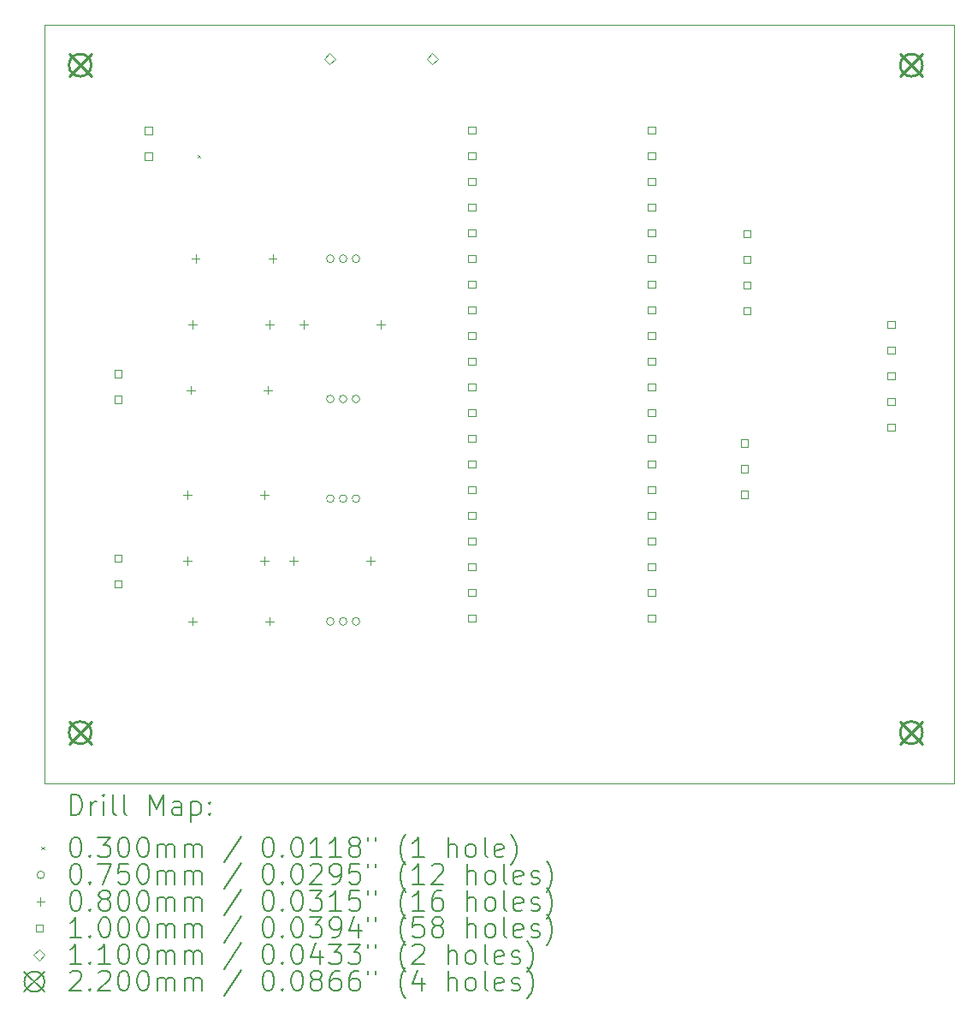
<source format=gbr>
%TF.GenerationSoftware,KiCad,Pcbnew,8.0.7-8.0.7-0~ubuntu22.04.1*%
%TF.CreationDate,2025-01-05T09:50:37-03:00*%
%TF.ProjectId,fenix-controlador-de-ressolda,66656e69-782d-4636-9f6e-74726f6c6164,rev?*%
%TF.SameCoordinates,Original*%
%TF.FileFunction,Drillmap*%
%TF.FilePolarity,Positive*%
%FSLAX45Y45*%
G04 Gerber Fmt 4.5, Leading zero omitted, Abs format (unit mm)*
G04 Created by KiCad (PCBNEW 8.0.7-8.0.7-0~ubuntu22.04.1) date 2025-01-05 09:50:37*
%MOMM*%
%LPD*%
G01*
G04 APERTURE LIST*
%ADD10C,0.050000*%
%ADD11C,0.200000*%
%ADD12C,0.100000*%
%ADD13C,0.110000*%
%ADD14C,0.220000*%
G04 APERTURE END LIST*
D10*
X9997000Y-6084000D02*
X18997000Y-6084000D01*
X18997000Y-13584000D01*
X9997000Y-13584000D01*
X9997000Y-6084000D01*
D11*
D12*
X11507000Y-7369000D02*
X11537000Y-7399000D01*
X11537000Y-7369000D02*
X11507000Y-7399000D01*
X12859500Y-8398000D02*
G75*
G02*
X12784500Y-8398000I-37500J0D01*
G01*
X12784500Y-8398000D02*
G75*
G02*
X12859500Y-8398000I37500J0D01*
G01*
X12859500Y-9784000D02*
G75*
G02*
X12784500Y-9784000I-37500J0D01*
G01*
X12784500Y-9784000D02*
G75*
G02*
X12859500Y-9784000I37500J0D01*
G01*
X12859500Y-10770000D02*
G75*
G02*
X12784500Y-10770000I-37500J0D01*
G01*
X12784500Y-10770000D02*
G75*
G02*
X12859500Y-10770000I37500J0D01*
G01*
X12859500Y-11984000D02*
G75*
G02*
X12784500Y-11984000I-37500J0D01*
G01*
X12784500Y-11984000D02*
G75*
G02*
X12859500Y-11984000I37500J0D01*
G01*
X12986500Y-8398000D02*
G75*
G02*
X12911500Y-8398000I-37500J0D01*
G01*
X12911500Y-8398000D02*
G75*
G02*
X12986500Y-8398000I37500J0D01*
G01*
X12986500Y-9784000D02*
G75*
G02*
X12911500Y-9784000I-37500J0D01*
G01*
X12911500Y-9784000D02*
G75*
G02*
X12986500Y-9784000I37500J0D01*
G01*
X12986500Y-10770000D02*
G75*
G02*
X12911500Y-10770000I-37500J0D01*
G01*
X12911500Y-10770000D02*
G75*
G02*
X12986500Y-10770000I37500J0D01*
G01*
X12986500Y-11984000D02*
G75*
G02*
X12911500Y-11984000I-37500J0D01*
G01*
X12911500Y-11984000D02*
G75*
G02*
X12986500Y-11984000I37500J0D01*
G01*
X13113500Y-8398000D02*
G75*
G02*
X13038500Y-8398000I-37500J0D01*
G01*
X13038500Y-8398000D02*
G75*
G02*
X13113500Y-8398000I37500J0D01*
G01*
X13113500Y-9784000D02*
G75*
G02*
X13038500Y-9784000I-37500J0D01*
G01*
X13038500Y-9784000D02*
G75*
G02*
X13113500Y-9784000I37500J0D01*
G01*
X13113500Y-10770000D02*
G75*
G02*
X13038500Y-10770000I-37500J0D01*
G01*
X13038500Y-10770000D02*
G75*
G02*
X13113500Y-10770000I37500J0D01*
G01*
X13113500Y-11984000D02*
G75*
G02*
X13038500Y-11984000I-37500J0D01*
G01*
X13038500Y-11984000D02*
G75*
G02*
X13113500Y-11984000I37500J0D01*
G01*
X11410000Y-10694000D02*
X11410000Y-10774000D01*
X11370000Y-10734000D02*
X11450000Y-10734000D01*
X11410000Y-11344000D02*
X11410000Y-11424000D01*
X11370000Y-11384000D02*
X11450000Y-11384000D01*
X11441000Y-9658000D02*
X11441000Y-9738000D01*
X11401000Y-9698000D02*
X11481000Y-9698000D01*
X11460000Y-9008000D02*
X11460000Y-9088000D01*
X11420000Y-9048000D02*
X11500000Y-9048000D01*
X11460000Y-11944000D02*
X11460000Y-12024000D01*
X11420000Y-11984000D02*
X11500000Y-11984000D01*
X11491000Y-8358000D02*
X11491000Y-8438000D01*
X11451000Y-8398000D02*
X11531000Y-8398000D01*
X12172000Y-10694000D02*
X12172000Y-10774000D01*
X12132000Y-10734000D02*
X12212000Y-10734000D01*
X12172000Y-11344000D02*
X12172000Y-11424000D01*
X12132000Y-11384000D02*
X12212000Y-11384000D01*
X12203000Y-9658000D02*
X12203000Y-9738000D01*
X12163000Y-9698000D02*
X12243000Y-9698000D01*
X12222000Y-9008000D02*
X12222000Y-9088000D01*
X12182000Y-9048000D02*
X12262000Y-9048000D01*
X12222000Y-11944000D02*
X12222000Y-12024000D01*
X12182000Y-11984000D02*
X12262000Y-11984000D01*
X12253000Y-8358000D02*
X12253000Y-8438000D01*
X12213000Y-8398000D02*
X12293000Y-8398000D01*
X12460000Y-11344000D02*
X12460000Y-11424000D01*
X12420000Y-11384000D02*
X12500000Y-11384000D01*
X12560000Y-9008000D02*
X12560000Y-9088000D01*
X12520000Y-9048000D02*
X12600000Y-9048000D01*
X13222000Y-11344000D02*
X13222000Y-11424000D01*
X13182000Y-11384000D02*
X13262000Y-11384000D01*
X13322000Y-9008000D02*
X13322000Y-9088000D01*
X13282000Y-9048000D02*
X13362000Y-9048000D01*
X10757356Y-9569356D02*
X10757356Y-9498644D01*
X10686644Y-9498644D01*
X10686644Y-9569356D01*
X10757356Y-9569356D01*
X10757356Y-9823356D02*
X10757356Y-9752644D01*
X10686644Y-9752644D01*
X10686644Y-9823356D01*
X10757356Y-9823356D01*
X10759856Y-11394356D02*
X10759856Y-11323644D01*
X10689144Y-11323644D01*
X10689144Y-11394356D01*
X10759856Y-11394356D01*
X10759856Y-11648356D02*
X10759856Y-11577644D01*
X10689144Y-11577644D01*
X10689144Y-11648356D01*
X10759856Y-11648356D01*
X11057356Y-7165356D02*
X11057356Y-7094644D01*
X10986644Y-7094644D01*
X10986644Y-7165356D01*
X11057356Y-7165356D01*
X11057356Y-7419356D02*
X11057356Y-7348644D01*
X10986644Y-7348644D01*
X10986644Y-7419356D01*
X11057356Y-7419356D01*
X14257356Y-7161106D02*
X14257356Y-7090394D01*
X14186644Y-7090394D01*
X14186644Y-7161106D01*
X14257356Y-7161106D01*
X14257356Y-7415106D02*
X14257356Y-7344394D01*
X14186644Y-7344394D01*
X14186644Y-7415106D01*
X14257356Y-7415106D01*
X14257356Y-7669106D02*
X14257356Y-7598394D01*
X14186644Y-7598394D01*
X14186644Y-7669106D01*
X14257356Y-7669106D01*
X14257356Y-7923106D02*
X14257356Y-7852394D01*
X14186644Y-7852394D01*
X14186644Y-7923106D01*
X14257356Y-7923106D01*
X14257356Y-8177106D02*
X14257356Y-8106394D01*
X14186644Y-8106394D01*
X14186644Y-8177106D01*
X14257356Y-8177106D01*
X14257356Y-8431106D02*
X14257356Y-8360394D01*
X14186644Y-8360394D01*
X14186644Y-8431106D01*
X14257356Y-8431106D01*
X14257356Y-8685106D02*
X14257356Y-8614394D01*
X14186644Y-8614394D01*
X14186644Y-8685106D01*
X14257356Y-8685106D01*
X14257356Y-8939106D02*
X14257356Y-8868394D01*
X14186644Y-8868394D01*
X14186644Y-8939106D01*
X14257356Y-8939106D01*
X14257356Y-9193106D02*
X14257356Y-9122394D01*
X14186644Y-9122394D01*
X14186644Y-9193106D01*
X14257356Y-9193106D01*
X14257356Y-9447106D02*
X14257356Y-9376394D01*
X14186644Y-9376394D01*
X14186644Y-9447106D01*
X14257356Y-9447106D01*
X14257356Y-9701106D02*
X14257356Y-9630394D01*
X14186644Y-9630394D01*
X14186644Y-9701106D01*
X14257356Y-9701106D01*
X14257356Y-9955106D02*
X14257356Y-9884394D01*
X14186644Y-9884394D01*
X14186644Y-9955106D01*
X14257356Y-9955106D01*
X14257356Y-10209106D02*
X14257356Y-10138394D01*
X14186644Y-10138394D01*
X14186644Y-10209106D01*
X14257356Y-10209106D01*
X14257356Y-10463106D02*
X14257356Y-10392394D01*
X14186644Y-10392394D01*
X14186644Y-10463106D01*
X14257356Y-10463106D01*
X14257356Y-10717106D02*
X14257356Y-10646394D01*
X14186644Y-10646394D01*
X14186644Y-10717106D01*
X14257356Y-10717106D01*
X14257356Y-10971106D02*
X14257356Y-10900394D01*
X14186644Y-10900394D01*
X14186644Y-10971106D01*
X14257356Y-10971106D01*
X14257356Y-11225106D02*
X14257356Y-11154394D01*
X14186644Y-11154394D01*
X14186644Y-11225106D01*
X14257356Y-11225106D01*
X14257356Y-11479106D02*
X14257356Y-11408394D01*
X14186644Y-11408394D01*
X14186644Y-11479106D01*
X14257356Y-11479106D01*
X14257356Y-11733106D02*
X14257356Y-11662394D01*
X14186644Y-11662394D01*
X14186644Y-11733106D01*
X14257356Y-11733106D01*
X14257356Y-11987106D02*
X14257356Y-11916394D01*
X14186644Y-11916394D01*
X14186644Y-11987106D01*
X14257356Y-11987106D01*
X16035356Y-7161106D02*
X16035356Y-7090394D01*
X15964644Y-7090394D01*
X15964644Y-7161106D01*
X16035356Y-7161106D01*
X16035356Y-7415106D02*
X16035356Y-7344394D01*
X15964644Y-7344394D01*
X15964644Y-7415106D01*
X16035356Y-7415106D01*
X16035356Y-7669106D02*
X16035356Y-7598394D01*
X15964644Y-7598394D01*
X15964644Y-7669106D01*
X16035356Y-7669106D01*
X16035356Y-7923106D02*
X16035356Y-7852394D01*
X15964644Y-7852394D01*
X15964644Y-7923106D01*
X16035356Y-7923106D01*
X16035356Y-8177106D02*
X16035356Y-8106394D01*
X15964644Y-8106394D01*
X15964644Y-8177106D01*
X16035356Y-8177106D01*
X16035356Y-8431106D02*
X16035356Y-8360394D01*
X15964644Y-8360394D01*
X15964644Y-8431106D01*
X16035356Y-8431106D01*
X16035356Y-8685106D02*
X16035356Y-8614394D01*
X15964644Y-8614394D01*
X15964644Y-8685106D01*
X16035356Y-8685106D01*
X16035356Y-8939106D02*
X16035356Y-8868394D01*
X15964644Y-8868394D01*
X15964644Y-8939106D01*
X16035356Y-8939106D01*
X16035356Y-9193106D02*
X16035356Y-9122394D01*
X15964644Y-9122394D01*
X15964644Y-9193106D01*
X16035356Y-9193106D01*
X16035356Y-9447106D02*
X16035356Y-9376394D01*
X15964644Y-9376394D01*
X15964644Y-9447106D01*
X16035356Y-9447106D01*
X16035356Y-9701106D02*
X16035356Y-9630394D01*
X15964644Y-9630394D01*
X15964644Y-9701106D01*
X16035356Y-9701106D01*
X16035356Y-9955106D02*
X16035356Y-9884394D01*
X15964644Y-9884394D01*
X15964644Y-9955106D01*
X16035356Y-9955106D01*
X16035356Y-10209106D02*
X16035356Y-10138394D01*
X15964644Y-10138394D01*
X15964644Y-10209106D01*
X16035356Y-10209106D01*
X16035356Y-10463106D02*
X16035356Y-10392394D01*
X15964644Y-10392394D01*
X15964644Y-10463106D01*
X16035356Y-10463106D01*
X16035356Y-10717106D02*
X16035356Y-10646394D01*
X15964644Y-10646394D01*
X15964644Y-10717106D01*
X16035356Y-10717106D01*
X16035356Y-10971106D02*
X16035356Y-10900394D01*
X15964644Y-10900394D01*
X15964644Y-10971106D01*
X16035356Y-10971106D01*
X16035356Y-11225106D02*
X16035356Y-11154394D01*
X15964644Y-11154394D01*
X15964644Y-11225106D01*
X16035356Y-11225106D01*
X16035356Y-11479106D02*
X16035356Y-11408394D01*
X15964644Y-11408394D01*
X15964644Y-11479106D01*
X16035356Y-11479106D01*
X16035356Y-11733106D02*
X16035356Y-11662394D01*
X15964644Y-11662394D01*
X15964644Y-11733106D01*
X16035356Y-11733106D01*
X16035356Y-11987106D02*
X16035356Y-11916394D01*
X15964644Y-11916394D01*
X15964644Y-11987106D01*
X16035356Y-11987106D01*
X16957356Y-10257356D02*
X16957356Y-10186644D01*
X16886644Y-10186644D01*
X16886644Y-10257356D01*
X16957356Y-10257356D01*
X16957356Y-10511356D02*
X16957356Y-10440644D01*
X16886644Y-10440644D01*
X16886644Y-10511356D01*
X16957356Y-10511356D01*
X16957356Y-10765356D02*
X16957356Y-10694644D01*
X16886644Y-10694644D01*
X16886644Y-10765356D01*
X16957356Y-10765356D01*
X16982356Y-8186356D02*
X16982356Y-8115644D01*
X16911644Y-8115644D01*
X16911644Y-8186356D01*
X16982356Y-8186356D01*
X16982356Y-8440356D02*
X16982356Y-8369644D01*
X16911644Y-8369644D01*
X16911644Y-8440356D01*
X16982356Y-8440356D01*
X16982356Y-8694356D02*
X16982356Y-8623644D01*
X16911644Y-8623644D01*
X16911644Y-8694356D01*
X16982356Y-8694356D01*
X16982356Y-8948356D02*
X16982356Y-8877644D01*
X16911644Y-8877644D01*
X16911644Y-8948356D01*
X16982356Y-8948356D01*
X18407356Y-9082356D02*
X18407356Y-9011644D01*
X18336644Y-9011644D01*
X18336644Y-9082356D01*
X18407356Y-9082356D01*
X18407356Y-9336356D02*
X18407356Y-9265644D01*
X18336644Y-9265644D01*
X18336644Y-9336356D01*
X18407356Y-9336356D01*
X18407356Y-9590356D02*
X18407356Y-9519644D01*
X18336644Y-9519644D01*
X18336644Y-9590356D01*
X18407356Y-9590356D01*
X18407356Y-9844356D02*
X18407356Y-9773644D01*
X18336644Y-9773644D01*
X18336644Y-9844356D01*
X18407356Y-9844356D01*
X18407356Y-10098356D02*
X18407356Y-10027644D01*
X18336644Y-10027644D01*
X18336644Y-10098356D01*
X18407356Y-10098356D01*
D13*
X12814000Y-6477000D02*
X12869000Y-6422000D01*
X12814000Y-6367000D01*
X12759000Y-6422000D01*
X12814000Y-6477000D01*
X13830000Y-6477000D02*
X13885000Y-6422000D01*
X13830000Y-6367000D01*
X13775000Y-6422000D01*
X13830000Y-6477000D01*
D14*
X10237000Y-6374000D02*
X10457000Y-6594000D01*
X10457000Y-6374000D02*
X10237000Y-6594000D01*
X10457000Y-6484000D02*
G75*
G02*
X10237000Y-6484000I-110000J0D01*
G01*
X10237000Y-6484000D02*
G75*
G02*
X10457000Y-6484000I110000J0D01*
G01*
X10237000Y-12974000D02*
X10457000Y-13194000D01*
X10457000Y-12974000D02*
X10237000Y-13194000D01*
X10457000Y-13084000D02*
G75*
G02*
X10237000Y-13084000I-110000J0D01*
G01*
X10237000Y-13084000D02*
G75*
G02*
X10457000Y-13084000I110000J0D01*
G01*
X18462000Y-6374000D02*
X18682000Y-6594000D01*
X18682000Y-6374000D02*
X18462000Y-6594000D01*
X18682000Y-6484000D02*
G75*
G02*
X18462000Y-6484000I-110000J0D01*
G01*
X18462000Y-6484000D02*
G75*
G02*
X18682000Y-6484000I110000J0D01*
G01*
X18462000Y-12974000D02*
X18682000Y-13194000D01*
X18682000Y-12974000D02*
X18462000Y-13194000D01*
X18682000Y-13084000D02*
G75*
G02*
X18462000Y-13084000I-110000J0D01*
G01*
X18462000Y-13084000D02*
G75*
G02*
X18682000Y-13084000I110000J0D01*
G01*
D11*
X10255277Y-13897984D02*
X10255277Y-13697984D01*
X10255277Y-13697984D02*
X10302896Y-13697984D01*
X10302896Y-13697984D02*
X10331467Y-13707508D01*
X10331467Y-13707508D02*
X10350515Y-13726555D01*
X10350515Y-13726555D02*
X10360039Y-13745603D01*
X10360039Y-13745603D02*
X10369563Y-13783698D01*
X10369563Y-13783698D02*
X10369563Y-13812269D01*
X10369563Y-13812269D02*
X10360039Y-13850365D01*
X10360039Y-13850365D02*
X10350515Y-13869412D01*
X10350515Y-13869412D02*
X10331467Y-13888460D01*
X10331467Y-13888460D02*
X10302896Y-13897984D01*
X10302896Y-13897984D02*
X10255277Y-13897984D01*
X10455277Y-13897984D02*
X10455277Y-13764650D01*
X10455277Y-13802746D02*
X10464801Y-13783698D01*
X10464801Y-13783698D02*
X10474324Y-13774174D01*
X10474324Y-13774174D02*
X10493372Y-13764650D01*
X10493372Y-13764650D02*
X10512420Y-13764650D01*
X10579086Y-13897984D02*
X10579086Y-13764650D01*
X10579086Y-13697984D02*
X10569563Y-13707508D01*
X10569563Y-13707508D02*
X10579086Y-13717031D01*
X10579086Y-13717031D02*
X10588610Y-13707508D01*
X10588610Y-13707508D02*
X10579086Y-13697984D01*
X10579086Y-13697984D02*
X10579086Y-13717031D01*
X10702896Y-13897984D02*
X10683848Y-13888460D01*
X10683848Y-13888460D02*
X10674324Y-13869412D01*
X10674324Y-13869412D02*
X10674324Y-13697984D01*
X10807658Y-13897984D02*
X10788610Y-13888460D01*
X10788610Y-13888460D02*
X10779086Y-13869412D01*
X10779086Y-13869412D02*
X10779086Y-13697984D01*
X11036229Y-13897984D02*
X11036229Y-13697984D01*
X11036229Y-13697984D02*
X11102896Y-13840841D01*
X11102896Y-13840841D02*
X11169563Y-13697984D01*
X11169563Y-13697984D02*
X11169563Y-13897984D01*
X11350515Y-13897984D02*
X11350515Y-13793222D01*
X11350515Y-13793222D02*
X11340991Y-13774174D01*
X11340991Y-13774174D02*
X11321943Y-13764650D01*
X11321943Y-13764650D02*
X11283848Y-13764650D01*
X11283848Y-13764650D02*
X11264801Y-13774174D01*
X11350515Y-13888460D02*
X11331467Y-13897984D01*
X11331467Y-13897984D02*
X11283848Y-13897984D01*
X11283848Y-13897984D02*
X11264801Y-13888460D01*
X11264801Y-13888460D02*
X11255277Y-13869412D01*
X11255277Y-13869412D02*
X11255277Y-13850365D01*
X11255277Y-13850365D02*
X11264801Y-13831317D01*
X11264801Y-13831317D02*
X11283848Y-13821793D01*
X11283848Y-13821793D02*
X11331467Y-13821793D01*
X11331467Y-13821793D02*
X11350515Y-13812269D01*
X11445753Y-13764650D02*
X11445753Y-13964650D01*
X11445753Y-13774174D02*
X11464801Y-13764650D01*
X11464801Y-13764650D02*
X11502896Y-13764650D01*
X11502896Y-13764650D02*
X11521943Y-13774174D01*
X11521943Y-13774174D02*
X11531467Y-13783698D01*
X11531467Y-13783698D02*
X11540991Y-13802746D01*
X11540991Y-13802746D02*
X11540991Y-13859888D01*
X11540991Y-13859888D02*
X11531467Y-13878936D01*
X11531467Y-13878936D02*
X11521943Y-13888460D01*
X11521943Y-13888460D02*
X11502896Y-13897984D01*
X11502896Y-13897984D02*
X11464801Y-13897984D01*
X11464801Y-13897984D02*
X11445753Y-13888460D01*
X11626705Y-13878936D02*
X11636229Y-13888460D01*
X11636229Y-13888460D02*
X11626705Y-13897984D01*
X11626705Y-13897984D02*
X11617182Y-13888460D01*
X11617182Y-13888460D02*
X11626705Y-13878936D01*
X11626705Y-13878936D02*
X11626705Y-13897984D01*
X11626705Y-13774174D02*
X11636229Y-13783698D01*
X11636229Y-13783698D02*
X11626705Y-13793222D01*
X11626705Y-13793222D02*
X11617182Y-13783698D01*
X11617182Y-13783698D02*
X11626705Y-13774174D01*
X11626705Y-13774174D02*
X11626705Y-13793222D01*
D12*
X9964500Y-14211500D02*
X9994500Y-14241500D01*
X9994500Y-14211500D02*
X9964500Y-14241500D01*
D11*
X10293372Y-14117984D02*
X10312420Y-14117984D01*
X10312420Y-14117984D02*
X10331467Y-14127508D01*
X10331467Y-14127508D02*
X10340991Y-14137031D01*
X10340991Y-14137031D02*
X10350515Y-14156079D01*
X10350515Y-14156079D02*
X10360039Y-14194174D01*
X10360039Y-14194174D02*
X10360039Y-14241793D01*
X10360039Y-14241793D02*
X10350515Y-14279888D01*
X10350515Y-14279888D02*
X10340991Y-14298936D01*
X10340991Y-14298936D02*
X10331467Y-14308460D01*
X10331467Y-14308460D02*
X10312420Y-14317984D01*
X10312420Y-14317984D02*
X10293372Y-14317984D01*
X10293372Y-14317984D02*
X10274324Y-14308460D01*
X10274324Y-14308460D02*
X10264801Y-14298936D01*
X10264801Y-14298936D02*
X10255277Y-14279888D01*
X10255277Y-14279888D02*
X10245753Y-14241793D01*
X10245753Y-14241793D02*
X10245753Y-14194174D01*
X10245753Y-14194174D02*
X10255277Y-14156079D01*
X10255277Y-14156079D02*
X10264801Y-14137031D01*
X10264801Y-14137031D02*
X10274324Y-14127508D01*
X10274324Y-14127508D02*
X10293372Y-14117984D01*
X10445753Y-14298936D02*
X10455277Y-14308460D01*
X10455277Y-14308460D02*
X10445753Y-14317984D01*
X10445753Y-14317984D02*
X10436229Y-14308460D01*
X10436229Y-14308460D02*
X10445753Y-14298936D01*
X10445753Y-14298936D02*
X10445753Y-14317984D01*
X10521944Y-14117984D02*
X10645753Y-14117984D01*
X10645753Y-14117984D02*
X10579086Y-14194174D01*
X10579086Y-14194174D02*
X10607658Y-14194174D01*
X10607658Y-14194174D02*
X10626705Y-14203698D01*
X10626705Y-14203698D02*
X10636229Y-14213222D01*
X10636229Y-14213222D02*
X10645753Y-14232269D01*
X10645753Y-14232269D02*
X10645753Y-14279888D01*
X10645753Y-14279888D02*
X10636229Y-14298936D01*
X10636229Y-14298936D02*
X10626705Y-14308460D01*
X10626705Y-14308460D02*
X10607658Y-14317984D01*
X10607658Y-14317984D02*
X10550515Y-14317984D01*
X10550515Y-14317984D02*
X10531467Y-14308460D01*
X10531467Y-14308460D02*
X10521944Y-14298936D01*
X10769563Y-14117984D02*
X10788610Y-14117984D01*
X10788610Y-14117984D02*
X10807658Y-14127508D01*
X10807658Y-14127508D02*
X10817182Y-14137031D01*
X10817182Y-14137031D02*
X10826705Y-14156079D01*
X10826705Y-14156079D02*
X10836229Y-14194174D01*
X10836229Y-14194174D02*
X10836229Y-14241793D01*
X10836229Y-14241793D02*
X10826705Y-14279888D01*
X10826705Y-14279888D02*
X10817182Y-14298936D01*
X10817182Y-14298936D02*
X10807658Y-14308460D01*
X10807658Y-14308460D02*
X10788610Y-14317984D01*
X10788610Y-14317984D02*
X10769563Y-14317984D01*
X10769563Y-14317984D02*
X10750515Y-14308460D01*
X10750515Y-14308460D02*
X10740991Y-14298936D01*
X10740991Y-14298936D02*
X10731467Y-14279888D01*
X10731467Y-14279888D02*
X10721944Y-14241793D01*
X10721944Y-14241793D02*
X10721944Y-14194174D01*
X10721944Y-14194174D02*
X10731467Y-14156079D01*
X10731467Y-14156079D02*
X10740991Y-14137031D01*
X10740991Y-14137031D02*
X10750515Y-14127508D01*
X10750515Y-14127508D02*
X10769563Y-14117984D01*
X10960039Y-14117984D02*
X10979086Y-14117984D01*
X10979086Y-14117984D02*
X10998134Y-14127508D01*
X10998134Y-14127508D02*
X11007658Y-14137031D01*
X11007658Y-14137031D02*
X11017182Y-14156079D01*
X11017182Y-14156079D02*
X11026705Y-14194174D01*
X11026705Y-14194174D02*
X11026705Y-14241793D01*
X11026705Y-14241793D02*
X11017182Y-14279888D01*
X11017182Y-14279888D02*
X11007658Y-14298936D01*
X11007658Y-14298936D02*
X10998134Y-14308460D01*
X10998134Y-14308460D02*
X10979086Y-14317984D01*
X10979086Y-14317984D02*
X10960039Y-14317984D01*
X10960039Y-14317984D02*
X10940991Y-14308460D01*
X10940991Y-14308460D02*
X10931467Y-14298936D01*
X10931467Y-14298936D02*
X10921944Y-14279888D01*
X10921944Y-14279888D02*
X10912420Y-14241793D01*
X10912420Y-14241793D02*
X10912420Y-14194174D01*
X10912420Y-14194174D02*
X10921944Y-14156079D01*
X10921944Y-14156079D02*
X10931467Y-14137031D01*
X10931467Y-14137031D02*
X10940991Y-14127508D01*
X10940991Y-14127508D02*
X10960039Y-14117984D01*
X11112420Y-14317984D02*
X11112420Y-14184650D01*
X11112420Y-14203698D02*
X11121944Y-14194174D01*
X11121944Y-14194174D02*
X11140991Y-14184650D01*
X11140991Y-14184650D02*
X11169563Y-14184650D01*
X11169563Y-14184650D02*
X11188610Y-14194174D01*
X11188610Y-14194174D02*
X11198134Y-14213222D01*
X11198134Y-14213222D02*
X11198134Y-14317984D01*
X11198134Y-14213222D02*
X11207658Y-14194174D01*
X11207658Y-14194174D02*
X11226705Y-14184650D01*
X11226705Y-14184650D02*
X11255277Y-14184650D01*
X11255277Y-14184650D02*
X11274324Y-14194174D01*
X11274324Y-14194174D02*
X11283848Y-14213222D01*
X11283848Y-14213222D02*
X11283848Y-14317984D01*
X11379086Y-14317984D02*
X11379086Y-14184650D01*
X11379086Y-14203698D02*
X11388610Y-14194174D01*
X11388610Y-14194174D02*
X11407658Y-14184650D01*
X11407658Y-14184650D02*
X11436229Y-14184650D01*
X11436229Y-14184650D02*
X11455277Y-14194174D01*
X11455277Y-14194174D02*
X11464801Y-14213222D01*
X11464801Y-14213222D02*
X11464801Y-14317984D01*
X11464801Y-14213222D02*
X11474324Y-14194174D01*
X11474324Y-14194174D02*
X11493372Y-14184650D01*
X11493372Y-14184650D02*
X11521943Y-14184650D01*
X11521943Y-14184650D02*
X11540991Y-14194174D01*
X11540991Y-14194174D02*
X11550515Y-14213222D01*
X11550515Y-14213222D02*
X11550515Y-14317984D01*
X11940991Y-14108460D02*
X11769563Y-14365603D01*
X12198134Y-14117984D02*
X12217182Y-14117984D01*
X12217182Y-14117984D02*
X12236229Y-14127508D01*
X12236229Y-14127508D02*
X12245753Y-14137031D01*
X12245753Y-14137031D02*
X12255277Y-14156079D01*
X12255277Y-14156079D02*
X12264801Y-14194174D01*
X12264801Y-14194174D02*
X12264801Y-14241793D01*
X12264801Y-14241793D02*
X12255277Y-14279888D01*
X12255277Y-14279888D02*
X12245753Y-14298936D01*
X12245753Y-14298936D02*
X12236229Y-14308460D01*
X12236229Y-14308460D02*
X12217182Y-14317984D01*
X12217182Y-14317984D02*
X12198134Y-14317984D01*
X12198134Y-14317984D02*
X12179086Y-14308460D01*
X12179086Y-14308460D02*
X12169563Y-14298936D01*
X12169563Y-14298936D02*
X12160039Y-14279888D01*
X12160039Y-14279888D02*
X12150515Y-14241793D01*
X12150515Y-14241793D02*
X12150515Y-14194174D01*
X12150515Y-14194174D02*
X12160039Y-14156079D01*
X12160039Y-14156079D02*
X12169563Y-14137031D01*
X12169563Y-14137031D02*
X12179086Y-14127508D01*
X12179086Y-14127508D02*
X12198134Y-14117984D01*
X12350515Y-14298936D02*
X12360039Y-14308460D01*
X12360039Y-14308460D02*
X12350515Y-14317984D01*
X12350515Y-14317984D02*
X12340991Y-14308460D01*
X12340991Y-14308460D02*
X12350515Y-14298936D01*
X12350515Y-14298936D02*
X12350515Y-14317984D01*
X12483848Y-14117984D02*
X12502896Y-14117984D01*
X12502896Y-14117984D02*
X12521944Y-14127508D01*
X12521944Y-14127508D02*
X12531467Y-14137031D01*
X12531467Y-14137031D02*
X12540991Y-14156079D01*
X12540991Y-14156079D02*
X12550515Y-14194174D01*
X12550515Y-14194174D02*
X12550515Y-14241793D01*
X12550515Y-14241793D02*
X12540991Y-14279888D01*
X12540991Y-14279888D02*
X12531467Y-14298936D01*
X12531467Y-14298936D02*
X12521944Y-14308460D01*
X12521944Y-14308460D02*
X12502896Y-14317984D01*
X12502896Y-14317984D02*
X12483848Y-14317984D01*
X12483848Y-14317984D02*
X12464801Y-14308460D01*
X12464801Y-14308460D02*
X12455277Y-14298936D01*
X12455277Y-14298936D02*
X12445753Y-14279888D01*
X12445753Y-14279888D02*
X12436229Y-14241793D01*
X12436229Y-14241793D02*
X12436229Y-14194174D01*
X12436229Y-14194174D02*
X12445753Y-14156079D01*
X12445753Y-14156079D02*
X12455277Y-14137031D01*
X12455277Y-14137031D02*
X12464801Y-14127508D01*
X12464801Y-14127508D02*
X12483848Y-14117984D01*
X12740991Y-14317984D02*
X12626706Y-14317984D01*
X12683848Y-14317984D02*
X12683848Y-14117984D01*
X12683848Y-14117984D02*
X12664801Y-14146555D01*
X12664801Y-14146555D02*
X12645753Y-14165603D01*
X12645753Y-14165603D02*
X12626706Y-14175127D01*
X12931467Y-14317984D02*
X12817182Y-14317984D01*
X12874325Y-14317984D02*
X12874325Y-14117984D01*
X12874325Y-14117984D02*
X12855277Y-14146555D01*
X12855277Y-14146555D02*
X12836229Y-14165603D01*
X12836229Y-14165603D02*
X12817182Y-14175127D01*
X13045753Y-14203698D02*
X13026706Y-14194174D01*
X13026706Y-14194174D02*
X13017182Y-14184650D01*
X13017182Y-14184650D02*
X13007658Y-14165603D01*
X13007658Y-14165603D02*
X13007658Y-14156079D01*
X13007658Y-14156079D02*
X13017182Y-14137031D01*
X13017182Y-14137031D02*
X13026706Y-14127508D01*
X13026706Y-14127508D02*
X13045753Y-14117984D01*
X13045753Y-14117984D02*
X13083848Y-14117984D01*
X13083848Y-14117984D02*
X13102896Y-14127508D01*
X13102896Y-14127508D02*
X13112420Y-14137031D01*
X13112420Y-14137031D02*
X13121944Y-14156079D01*
X13121944Y-14156079D02*
X13121944Y-14165603D01*
X13121944Y-14165603D02*
X13112420Y-14184650D01*
X13112420Y-14184650D02*
X13102896Y-14194174D01*
X13102896Y-14194174D02*
X13083848Y-14203698D01*
X13083848Y-14203698D02*
X13045753Y-14203698D01*
X13045753Y-14203698D02*
X13026706Y-14213222D01*
X13026706Y-14213222D02*
X13017182Y-14222746D01*
X13017182Y-14222746D02*
X13007658Y-14241793D01*
X13007658Y-14241793D02*
X13007658Y-14279888D01*
X13007658Y-14279888D02*
X13017182Y-14298936D01*
X13017182Y-14298936D02*
X13026706Y-14308460D01*
X13026706Y-14308460D02*
X13045753Y-14317984D01*
X13045753Y-14317984D02*
X13083848Y-14317984D01*
X13083848Y-14317984D02*
X13102896Y-14308460D01*
X13102896Y-14308460D02*
X13112420Y-14298936D01*
X13112420Y-14298936D02*
X13121944Y-14279888D01*
X13121944Y-14279888D02*
X13121944Y-14241793D01*
X13121944Y-14241793D02*
X13112420Y-14222746D01*
X13112420Y-14222746D02*
X13102896Y-14213222D01*
X13102896Y-14213222D02*
X13083848Y-14203698D01*
X13198134Y-14117984D02*
X13198134Y-14156079D01*
X13274325Y-14117984D02*
X13274325Y-14156079D01*
X13569563Y-14394174D02*
X13560039Y-14384650D01*
X13560039Y-14384650D02*
X13540991Y-14356079D01*
X13540991Y-14356079D02*
X13531468Y-14337031D01*
X13531468Y-14337031D02*
X13521944Y-14308460D01*
X13521944Y-14308460D02*
X13512420Y-14260841D01*
X13512420Y-14260841D02*
X13512420Y-14222746D01*
X13512420Y-14222746D02*
X13521944Y-14175127D01*
X13521944Y-14175127D02*
X13531468Y-14146555D01*
X13531468Y-14146555D02*
X13540991Y-14127508D01*
X13540991Y-14127508D02*
X13560039Y-14098936D01*
X13560039Y-14098936D02*
X13569563Y-14089412D01*
X13750515Y-14317984D02*
X13636229Y-14317984D01*
X13693372Y-14317984D02*
X13693372Y-14117984D01*
X13693372Y-14117984D02*
X13674325Y-14146555D01*
X13674325Y-14146555D02*
X13655277Y-14165603D01*
X13655277Y-14165603D02*
X13636229Y-14175127D01*
X13988610Y-14317984D02*
X13988610Y-14117984D01*
X14074325Y-14317984D02*
X14074325Y-14213222D01*
X14074325Y-14213222D02*
X14064801Y-14194174D01*
X14064801Y-14194174D02*
X14045753Y-14184650D01*
X14045753Y-14184650D02*
X14017182Y-14184650D01*
X14017182Y-14184650D02*
X13998134Y-14194174D01*
X13998134Y-14194174D02*
X13988610Y-14203698D01*
X14198134Y-14317984D02*
X14179087Y-14308460D01*
X14179087Y-14308460D02*
X14169563Y-14298936D01*
X14169563Y-14298936D02*
X14160039Y-14279888D01*
X14160039Y-14279888D02*
X14160039Y-14222746D01*
X14160039Y-14222746D02*
X14169563Y-14203698D01*
X14169563Y-14203698D02*
X14179087Y-14194174D01*
X14179087Y-14194174D02*
X14198134Y-14184650D01*
X14198134Y-14184650D02*
X14226706Y-14184650D01*
X14226706Y-14184650D02*
X14245753Y-14194174D01*
X14245753Y-14194174D02*
X14255277Y-14203698D01*
X14255277Y-14203698D02*
X14264801Y-14222746D01*
X14264801Y-14222746D02*
X14264801Y-14279888D01*
X14264801Y-14279888D02*
X14255277Y-14298936D01*
X14255277Y-14298936D02*
X14245753Y-14308460D01*
X14245753Y-14308460D02*
X14226706Y-14317984D01*
X14226706Y-14317984D02*
X14198134Y-14317984D01*
X14379087Y-14317984D02*
X14360039Y-14308460D01*
X14360039Y-14308460D02*
X14350515Y-14289412D01*
X14350515Y-14289412D02*
X14350515Y-14117984D01*
X14531468Y-14308460D02*
X14512420Y-14317984D01*
X14512420Y-14317984D02*
X14474325Y-14317984D01*
X14474325Y-14317984D02*
X14455277Y-14308460D01*
X14455277Y-14308460D02*
X14445753Y-14289412D01*
X14445753Y-14289412D02*
X14445753Y-14213222D01*
X14445753Y-14213222D02*
X14455277Y-14194174D01*
X14455277Y-14194174D02*
X14474325Y-14184650D01*
X14474325Y-14184650D02*
X14512420Y-14184650D01*
X14512420Y-14184650D02*
X14531468Y-14194174D01*
X14531468Y-14194174D02*
X14540991Y-14213222D01*
X14540991Y-14213222D02*
X14540991Y-14232269D01*
X14540991Y-14232269D02*
X14445753Y-14251317D01*
X14607658Y-14394174D02*
X14617182Y-14384650D01*
X14617182Y-14384650D02*
X14636230Y-14356079D01*
X14636230Y-14356079D02*
X14645753Y-14337031D01*
X14645753Y-14337031D02*
X14655277Y-14308460D01*
X14655277Y-14308460D02*
X14664801Y-14260841D01*
X14664801Y-14260841D02*
X14664801Y-14222746D01*
X14664801Y-14222746D02*
X14655277Y-14175127D01*
X14655277Y-14175127D02*
X14645753Y-14146555D01*
X14645753Y-14146555D02*
X14636230Y-14127508D01*
X14636230Y-14127508D02*
X14617182Y-14098936D01*
X14617182Y-14098936D02*
X14607658Y-14089412D01*
D12*
X9994500Y-14490500D02*
G75*
G02*
X9919500Y-14490500I-37500J0D01*
G01*
X9919500Y-14490500D02*
G75*
G02*
X9994500Y-14490500I37500J0D01*
G01*
D11*
X10293372Y-14381984D02*
X10312420Y-14381984D01*
X10312420Y-14381984D02*
X10331467Y-14391508D01*
X10331467Y-14391508D02*
X10340991Y-14401031D01*
X10340991Y-14401031D02*
X10350515Y-14420079D01*
X10350515Y-14420079D02*
X10360039Y-14458174D01*
X10360039Y-14458174D02*
X10360039Y-14505793D01*
X10360039Y-14505793D02*
X10350515Y-14543888D01*
X10350515Y-14543888D02*
X10340991Y-14562936D01*
X10340991Y-14562936D02*
X10331467Y-14572460D01*
X10331467Y-14572460D02*
X10312420Y-14581984D01*
X10312420Y-14581984D02*
X10293372Y-14581984D01*
X10293372Y-14581984D02*
X10274324Y-14572460D01*
X10274324Y-14572460D02*
X10264801Y-14562936D01*
X10264801Y-14562936D02*
X10255277Y-14543888D01*
X10255277Y-14543888D02*
X10245753Y-14505793D01*
X10245753Y-14505793D02*
X10245753Y-14458174D01*
X10245753Y-14458174D02*
X10255277Y-14420079D01*
X10255277Y-14420079D02*
X10264801Y-14401031D01*
X10264801Y-14401031D02*
X10274324Y-14391508D01*
X10274324Y-14391508D02*
X10293372Y-14381984D01*
X10445753Y-14562936D02*
X10455277Y-14572460D01*
X10455277Y-14572460D02*
X10445753Y-14581984D01*
X10445753Y-14581984D02*
X10436229Y-14572460D01*
X10436229Y-14572460D02*
X10445753Y-14562936D01*
X10445753Y-14562936D02*
X10445753Y-14581984D01*
X10521944Y-14381984D02*
X10655277Y-14381984D01*
X10655277Y-14381984D02*
X10569563Y-14581984D01*
X10826705Y-14381984D02*
X10731467Y-14381984D01*
X10731467Y-14381984D02*
X10721944Y-14477222D01*
X10721944Y-14477222D02*
X10731467Y-14467698D01*
X10731467Y-14467698D02*
X10750515Y-14458174D01*
X10750515Y-14458174D02*
X10798134Y-14458174D01*
X10798134Y-14458174D02*
X10817182Y-14467698D01*
X10817182Y-14467698D02*
X10826705Y-14477222D01*
X10826705Y-14477222D02*
X10836229Y-14496269D01*
X10836229Y-14496269D02*
X10836229Y-14543888D01*
X10836229Y-14543888D02*
X10826705Y-14562936D01*
X10826705Y-14562936D02*
X10817182Y-14572460D01*
X10817182Y-14572460D02*
X10798134Y-14581984D01*
X10798134Y-14581984D02*
X10750515Y-14581984D01*
X10750515Y-14581984D02*
X10731467Y-14572460D01*
X10731467Y-14572460D02*
X10721944Y-14562936D01*
X10960039Y-14381984D02*
X10979086Y-14381984D01*
X10979086Y-14381984D02*
X10998134Y-14391508D01*
X10998134Y-14391508D02*
X11007658Y-14401031D01*
X11007658Y-14401031D02*
X11017182Y-14420079D01*
X11017182Y-14420079D02*
X11026705Y-14458174D01*
X11026705Y-14458174D02*
X11026705Y-14505793D01*
X11026705Y-14505793D02*
X11017182Y-14543888D01*
X11017182Y-14543888D02*
X11007658Y-14562936D01*
X11007658Y-14562936D02*
X10998134Y-14572460D01*
X10998134Y-14572460D02*
X10979086Y-14581984D01*
X10979086Y-14581984D02*
X10960039Y-14581984D01*
X10960039Y-14581984D02*
X10940991Y-14572460D01*
X10940991Y-14572460D02*
X10931467Y-14562936D01*
X10931467Y-14562936D02*
X10921944Y-14543888D01*
X10921944Y-14543888D02*
X10912420Y-14505793D01*
X10912420Y-14505793D02*
X10912420Y-14458174D01*
X10912420Y-14458174D02*
X10921944Y-14420079D01*
X10921944Y-14420079D02*
X10931467Y-14401031D01*
X10931467Y-14401031D02*
X10940991Y-14391508D01*
X10940991Y-14391508D02*
X10960039Y-14381984D01*
X11112420Y-14581984D02*
X11112420Y-14448650D01*
X11112420Y-14467698D02*
X11121944Y-14458174D01*
X11121944Y-14458174D02*
X11140991Y-14448650D01*
X11140991Y-14448650D02*
X11169563Y-14448650D01*
X11169563Y-14448650D02*
X11188610Y-14458174D01*
X11188610Y-14458174D02*
X11198134Y-14477222D01*
X11198134Y-14477222D02*
X11198134Y-14581984D01*
X11198134Y-14477222D02*
X11207658Y-14458174D01*
X11207658Y-14458174D02*
X11226705Y-14448650D01*
X11226705Y-14448650D02*
X11255277Y-14448650D01*
X11255277Y-14448650D02*
X11274324Y-14458174D01*
X11274324Y-14458174D02*
X11283848Y-14477222D01*
X11283848Y-14477222D02*
X11283848Y-14581984D01*
X11379086Y-14581984D02*
X11379086Y-14448650D01*
X11379086Y-14467698D02*
X11388610Y-14458174D01*
X11388610Y-14458174D02*
X11407658Y-14448650D01*
X11407658Y-14448650D02*
X11436229Y-14448650D01*
X11436229Y-14448650D02*
X11455277Y-14458174D01*
X11455277Y-14458174D02*
X11464801Y-14477222D01*
X11464801Y-14477222D02*
X11464801Y-14581984D01*
X11464801Y-14477222D02*
X11474324Y-14458174D01*
X11474324Y-14458174D02*
X11493372Y-14448650D01*
X11493372Y-14448650D02*
X11521943Y-14448650D01*
X11521943Y-14448650D02*
X11540991Y-14458174D01*
X11540991Y-14458174D02*
X11550515Y-14477222D01*
X11550515Y-14477222D02*
X11550515Y-14581984D01*
X11940991Y-14372460D02*
X11769563Y-14629603D01*
X12198134Y-14381984D02*
X12217182Y-14381984D01*
X12217182Y-14381984D02*
X12236229Y-14391508D01*
X12236229Y-14391508D02*
X12245753Y-14401031D01*
X12245753Y-14401031D02*
X12255277Y-14420079D01*
X12255277Y-14420079D02*
X12264801Y-14458174D01*
X12264801Y-14458174D02*
X12264801Y-14505793D01*
X12264801Y-14505793D02*
X12255277Y-14543888D01*
X12255277Y-14543888D02*
X12245753Y-14562936D01*
X12245753Y-14562936D02*
X12236229Y-14572460D01*
X12236229Y-14572460D02*
X12217182Y-14581984D01*
X12217182Y-14581984D02*
X12198134Y-14581984D01*
X12198134Y-14581984D02*
X12179086Y-14572460D01*
X12179086Y-14572460D02*
X12169563Y-14562936D01*
X12169563Y-14562936D02*
X12160039Y-14543888D01*
X12160039Y-14543888D02*
X12150515Y-14505793D01*
X12150515Y-14505793D02*
X12150515Y-14458174D01*
X12150515Y-14458174D02*
X12160039Y-14420079D01*
X12160039Y-14420079D02*
X12169563Y-14401031D01*
X12169563Y-14401031D02*
X12179086Y-14391508D01*
X12179086Y-14391508D02*
X12198134Y-14381984D01*
X12350515Y-14562936D02*
X12360039Y-14572460D01*
X12360039Y-14572460D02*
X12350515Y-14581984D01*
X12350515Y-14581984D02*
X12340991Y-14572460D01*
X12340991Y-14572460D02*
X12350515Y-14562936D01*
X12350515Y-14562936D02*
X12350515Y-14581984D01*
X12483848Y-14381984D02*
X12502896Y-14381984D01*
X12502896Y-14381984D02*
X12521944Y-14391508D01*
X12521944Y-14391508D02*
X12531467Y-14401031D01*
X12531467Y-14401031D02*
X12540991Y-14420079D01*
X12540991Y-14420079D02*
X12550515Y-14458174D01*
X12550515Y-14458174D02*
X12550515Y-14505793D01*
X12550515Y-14505793D02*
X12540991Y-14543888D01*
X12540991Y-14543888D02*
X12531467Y-14562936D01*
X12531467Y-14562936D02*
X12521944Y-14572460D01*
X12521944Y-14572460D02*
X12502896Y-14581984D01*
X12502896Y-14581984D02*
X12483848Y-14581984D01*
X12483848Y-14581984D02*
X12464801Y-14572460D01*
X12464801Y-14572460D02*
X12455277Y-14562936D01*
X12455277Y-14562936D02*
X12445753Y-14543888D01*
X12445753Y-14543888D02*
X12436229Y-14505793D01*
X12436229Y-14505793D02*
X12436229Y-14458174D01*
X12436229Y-14458174D02*
X12445753Y-14420079D01*
X12445753Y-14420079D02*
X12455277Y-14401031D01*
X12455277Y-14401031D02*
X12464801Y-14391508D01*
X12464801Y-14391508D02*
X12483848Y-14381984D01*
X12626706Y-14401031D02*
X12636229Y-14391508D01*
X12636229Y-14391508D02*
X12655277Y-14381984D01*
X12655277Y-14381984D02*
X12702896Y-14381984D01*
X12702896Y-14381984D02*
X12721944Y-14391508D01*
X12721944Y-14391508D02*
X12731467Y-14401031D01*
X12731467Y-14401031D02*
X12740991Y-14420079D01*
X12740991Y-14420079D02*
X12740991Y-14439127D01*
X12740991Y-14439127D02*
X12731467Y-14467698D01*
X12731467Y-14467698D02*
X12617182Y-14581984D01*
X12617182Y-14581984D02*
X12740991Y-14581984D01*
X12836229Y-14581984D02*
X12874325Y-14581984D01*
X12874325Y-14581984D02*
X12893372Y-14572460D01*
X12893372Y-14572460D02*
X12902896Y-14562936D01*
X12902896Y-14562936D02*
X12921944Y-14534365D01*
X12921944Y-14534365D02*
X12931467Y-14496269D01*
X12931467Y-14496269D02*
X12931467Y-14420079D01*
X12931467Y-14420079D02*
X12921944Y-14401031D01*
X12921944Y-14401031D02*
X12912420Y-14391508D01*
X12912420Y-14391508D02*
X12893372Y-14381984D01*
X12893372Y-14381984D02*
X12855277Y-14381984D01*
X12855277Y-14381984D02*
X12836229Y-14391508D01*
X12836229Y-14391508D02*
X12826706Y-14401031D01*
X12826706Y-14401031D02*
X12817182Y-14420079D01*
X12817182Y-14420079D02*
X12817182Y-14467698D01*
X12817182Y-14467698D02*
X12826706Y-14486746D01*
X12826706Y-14486746D02*
X12836229Y-14496269D01*
X12836229Y-14496269D02*
X12855277Y-14505793D01*
X12855277Y-14505793D02*
X12893372Y-14505793D01*
X12893372Y-14505793D02*
X12912420Y-14496269D01*
X12912420Y-14496269D02*
X12921944Y-14486746D01*
X12921944Y-14486746D02*
X12931467Y-14467698D01*
X13112420Y-14381984D02*
X13017182Y-14381984D01*
X13017182Y-14381984D02*
X13007658Y-14477222D01*
X13007658Y-14477222D02*
X13017182Y-14467698D01*
X13017182Y-14467698D02*
X13036229Y-14458174D01*
X13036229Y-14458174D02*
X13083848Y-14458174D01*
X13083848Y-14458174D02*
X13102896Y-14467698D01*
X13102896Y-14467698D02*
X13112420Y-14477222D01*
X13112420Y-14477222D02*
X13121944Y-14496269D01*
X13121944Y-14496269D02*
X13121944Y-14543888D01*
X13121944Y-14543888D02*
X13112420Y-14562936D01*
X13112420Y-14562936D02*
X13102896Y-14572460D01*
X13102896Y-14572460D02*
X13083848Y-14581984D01*
X13083848Y-14581984D02*
X13036229Y-14581984D01*
X13036229Y-14581984D02*
X13017182Y-14572460D01*
X13017182Y-14572460D02*
X13007658Y-14562936D01*
X13198134Y-14381984D02*
X13198134Y-14420079D01*
X13274325Y-14381984D02*
X13274325Y-14420079D01*
X13569563Y-14658174D02*
X13560039Y-14648650D01*
X13560039Y-14648650D02*
X13540991Y-14620079D01*
X13540991Y-14620079D02*
X13531468Y-14601031D01*
X13531468Y-14601031D02*
X13521944Y-14572460D01*
X13521944Y-14572460D02*
X13512420Y-14524841D01*
X13512420Y-14524841D02*
X13512420Y-14486746D01*
X13512420Y-14486746D02*
X13521944Y-14439127D01*
X13521944Y-14439127D02*
X13531468Y-14410555D01*
X13531468Y-14410555D02*
X13540991Y-14391508D01*
X13540991Y-14391508D02*
X13560039Y-14362936D01*
X13560039Y-14362936D02*
X13569563Y-14353412D01*
X13750515Y-14581984D02*
X13636229Y-14581984D01*
X13693372Y-14581984D02*
X13693372Y-14381984D01*
X13693372Y-14381984D02*
X13674325Y-14410555D01*
X13674325Y-14410555D02*
X13655277Y-14429603D01*
X13655277Y-14429603D02*
X13636229Y-14439127D01*
X13826706Y-14401031D02*
X13836229Y-14391508D01*
X13836229Y-14391508D02*
X13855277Y-14381984D01*
X13855277Y-14381984D02*
X13902896Y-14381984D01*
X13902896Y-14381984D02*
X13921944Y-14391508D01*
X13921944Y-14391508D02*
X13931468Y-14401031D01*
X13931468Y-14401031D02*
X13940991Y-14420079D01*
X13940991Y-14420079D02*
X13940991Y-14439127D01*
X13940991Y-14439127D02*
X13931468Y-14467698D01*
X13931468Y-14467698D02*
X13817182Y-14581984D01*
X13817182Y-14581984D02*
X13940991Y-14581984D01*
X14179087Y-14581984D02*
X14179087Y-14381984D01*
X14264801Y-14581984D02*
X14264801Y-14477222D01*
X14264801Y-14477222D02*
X14255277Y-14458174D01*
X14255277Y-14458174D02*
X14236230Y-14448650D01*
X14236230Y-14448650D02*
X14207658Y-14448650D01*
X14207658Y-14448650D02*
X14188610Y-14458174D01*
X14188610Y-14458174D02*
X14179087Y-14467698D01*
X14388610Y-14581984D02*
X14369563Y-14572460D01*
X14369563Y-14572460D02*
X14360039Y-14562936D01*
X14360039Y-14562936D02*
X14350515Y-14543888D01*
X14350515Y-14543888D02*
X14350515Y-14486746D01*
X14350515Y-14486746D02*
X14360039Y-14467698D01*
X14360039Y-14467698D02*
X14369563Y-14458174D01*
X14369563Y-14458174D02*
X14388610Y-14448650D01*
X14388610Y-14448650D02*
X14417182Y-14448650D01*
X14417182Y-14448650D02*
X14436230Y-14458174D01*
X14436230Y-14458174D02*
X14445753Y-14467698D01*
X14445753Y-14467698D02*
X14455277Y-14486746D01*
X14455277Y-14486746D02*
X14455277Y-14543888D01*
X14455277Y-14543888D02*
X14445753Y-14562936D01*
X14445753Y-14562936D02*
X14436230Y-14572460D01*
X14436230Y-14572460D02*
X14417182Y-14581984D01*
X14417182Y-14581984D02*
X14388610Y-14581984D01*
X14569563Y-14581984D02*
X14550515Y-14572460D01*
X14550515Y-14572460D02*
X14540991Y-14553412D01*
X14540991Y-14553412D02*
X14540991Y-14381984D01*
X14721944Y-14572460D02*
X14702896Y-14581984D01*
X14702896Y-14581984D02*
X14664801Y-14581984D01*
X14664801Y-14581984D02*
X14645753Y-14572460D01*
X14645753Y-14572460D02*
X14636230Y-14553412D01*
X14636230Y-14553412D02*
X14636230Y-14477222D01*
X14636230Y-14477222D02*
X14645753Y-14458174D01*
X14645753Y-14458174D02*
X14664801Y-14448650D01*
X14664801Y-14448650D02*
X14702896Y-14448650D01*
X14702896Y-14448650D02*
X14721944Y-14458174D01*
X14721944Y-14458174D02*
X14731468Y-14477222D01*
X14731468Y-14477222D02*
X14731468Y-14496269D01*
X14731468Y-14496269D02*
X14636230Y-14515317D01*
X14807658Y-14572460D02*
X14826706Y-14581984D01*
X14826706Y-14581984D02*
X14864801Y-14581984D01*
X14864801Y-14581984D02*
X14883849Y-14572460D01*
X14883849Y-14572460D02*
X14893372Y-14553412D01*
X14893372Y-14553412D02*
X14893372Y-14543888D01*
X14893372Y-14543888D02*
X14883849Y-14524841D01*
X14883849Y-14524841D02*
X14864801Y-14515317D01*
X14864801Y-14515317D02*
X14836230Y-14515317D01*
X14836230Y-14515317D02*
X14817182Y-14505793D01*
X14817182Y-14505793D02*
X14807658Y-14486746D01*
X14807658Y-14486746D02*
X14807658Y-14477222D01*
X14807658Y-14477222D02*
X14817182Y-14458174D01*
X14817182Y-14458174D02*
X14836230Y-14448650D01*
X14836230Y-14448650D02*
X14864801Y-14448650D01*
X14864801Y-14448650D02*
X14883849Y-14458174D01*
X14960039Y-14658174D02*
X14969563Y-14648650D01*
X14969563Y-14648650D02*
X14988611Y-14620079D01*
X14988611Y-14620079D02*
X14998134Y-14601031D01*
X14998134Y-14601031D02*
X15007658Y-14572460D01*
X15007658Y-14572460D02*
X15017182Y-14524841D01*
X15017182Y-14524841D02*
X15017182Y-14486746D01*
X15017182Y-14486746D02*
X15007658Y-14439127D01*
X15007658Y-14439127D02*
X14998134Y-14410555D01*
X14998134Y-14410555D02*
X14988611Y-14391508D01*
X14988611Y-14391508D02*
X14969563Y-14362936D01*
X14969563Y-14362936D02*
X14960039Y-14353412D01*
D12*
X9954500Y-14714500D02*
X9954500Y-14794500D01*
X9914500Y-14754500D02*
X9994500Y-14754500D01*
D11*
X10293372Y-14645984D02*
X10312420Y-14645984D01*
X10312420Y-14645984D02*
X10331467Y-14655508D01*
X10331467Y-14655508D02*
X10340991Y-14665031D01*
X10340991Y-14665031D02*
X10350515Y-14684079D01*
X10350515Y-14684079D02*
X10360039Y-14722174D01*
X10360039Y-14722174D02*
X10360039Y-14769793D01*
X10360039Y-14769793D02*
X10350515Y-14807888D01*
X10350515Y-14807888D02*
X10340991Y-14826936D01*
X10340991Y-14826936D02*
X10331467Y-14836460D01*
X10331467Y-14836460D02*
X10312420Y-14845984D01*
X10312420Y-14845984D02*
X10293372Y-14845984D01*
X10293372Y-14845984D02*
X10274324Y-14836460D01*
X10274324Y-14836460D02*
X10264801Y-14826936D01*
X10264801Y-14826936D02*
X10255277Y-14807888D01*
X10255277Y-14807888D02*
X10245753Y-14769793D01*
X10245753Y-14769793D02*
X10245753Y-14722174D01*
X10245753Y-14722174D02*
X10255277Y-14684079D01*
X10255277Y-14684079D02*
X10264801Y-14665031D01*
X10264801Y-14665031D02*
X10274324Y-14655508D01*
X10274324Y-14655508D02*
X10293372Y-14645984D01*
X10445753Y-14826936D02*
X10455277Y-14836460D01*
X10455277Y-14836460D02*
X10445753Y-14845984D01*
X10445753Y-14845984D02*
X10436229Y-14836460D01*
X10436229Y-14836460D02*
X10445753Y-14826936D01*
X10445753Y-14826936D02*
X10445753Y-14845984D01*
X10569563Y-14731698D02*
X10550515Y-14722174D01*
X10550515Y-14722174D02*
X10540991Y-14712650D01*
X10540991Y-14712650D02*
X10531467Y-14693603D01*
X10531467Y-14693603D02*
X10531467Y-14684079D01*
X10531467Y-14684079D02*
X10540991Y-14665031D01*
X10540991Y-14665031D02*
X10550515Y-14655508D01*
X10550515Y-14655508D02*
X10569563Y-14645984D01*
X10569563Y-14645984D02*
X10607658Y-14645984D01*
X10607658Y-14645984D02*
X10626705Y-14655508D01*
X10626705Y-14655508D02*
X10636229Y-14665031D01*
X10636229Y-14665031D02*
X10645753Y-14684079D01*
X10645753Y-14684079D02*
X10645753Y-14693603D01*
X10645753Y-14693603D02*
X10636229Y-14712650D01*
X10636229Y-14712650D02*
X10626705Y-14722174D01*
X10626705Y-14722174D02*
X10607658Y-14731698D01*
X10607658Y-14731698D02*
X10569563Y-14731698D01*
X10569563Y-14731698D02*
X10550515Y-14741222D01*
X10550515Y-14741222D02*
X10540991Y-14750746D01*
X10540991Y-14750746D02*
X10531467Y-14769793D01*
X10531467Y-14769793D02*
X10531467Y-14807888D01*
X10531467Y-14807888D02*
X10540991Y-14826936D01*
X10540991Y-14826936D02*
X10550515Y-14836460D01*
X10550515Y-14836460D02*
X10569563Y-14845984D01*
X10569563Y-14845984D02*
X10607658Y-14845984D01*
X10607658Y-14845984D02*
X10626705Y-14836460D01*
X10626705Y-14836460D02*
X10636229Y-14826936D01*
X10636229Y-14826936D02*
X10645753Y-14807888D01*
X10645753Y-14807888D02*
X10645753Y-14769793D01*
X10645753Y-14769793D02*
X10636229Y-14750746D01*
X10636229Y-14750746D02*
X10626705Y-14741222D01*
X10626705Y-14741222D02*
X10607658Y-14731698D01*
X10769563Y-14645984D02*
X10788610Y-14645984D01*
X10788610Y-14645984D02*
X10807658Y-14655508D01*
X10807658Y-14655508D02*
X10817182Y-14665031D01*
X10817182Y-14665031D02*
X10826705Y-14684079D01*
X10826705Y-14684079D02*
X10836229Y-14722174D01*
X10836229Y-14722174D02*
X10836229Y-14769793D01*
X10836229Y-14769793D02*
X10826705Y-14807888D01*
X10826705Y-14807888D02*
X10817182Y-14826936D01*
X10817182Y-14826936D02*
X10807658Y-14836460D01*
X10807658Y-14836460D02*
X10788610Y-14845984D01*
X10788610Y-14845984D02*
X10769563Y-14845984D01*
X10769563Y-14845984D02*
X10750515Y-14836460D01*
X10750515Y-14836460D02*
X10740991Y-14826936D01*
X10740991Y-14826936D02*
X10731467Y-14807888D01*
X10731467Y-14807888D02*
X10721944Y-14769793D01*
X10721944Y-14769793D02*
X10721944Y-14722174D01*
X10721944Y-14722174D02*
X10731467Y-14684079D01*
X10731467Y-14684079D02*
X10740991Y-14665031D01*
X10740991Y-14665031D02*
X10750515Y-14655508D01*
X10750515Y-14655508D02*
X10769563Y-14645984D01*
X10960039Y-14645984D02*
X10979086Y-14645984D01*
X10979086Y-14645984D02*
X10998134Y-14655508D01*
X10998134Y-14655508D02*
X11007658Y-14665031D01*
X11007658Y-14665031D02*
X11017182Y-14684079D01*
X11017182Y-14684079D02*
X11026705Y-14722174D01*
X11026705Y-14722174D02*
X11026705Y-14769793D01*
X11026705Y-14769793D02*
X11017182Y-14807888D01*
X11017182Y-14807888D02*
X11007658Y-14826936D01*
X11007658Y-14826936D02*
X10998134Y-14836460D01*
X10998134Y-14836460D02*
X10979086Y-14845984D01*
X10979086Y-14845984D02*
X10960039Y-14845984D01*
X10960039Y-14845984D02*
X10940991Y-14836460D01*
X10940991Y-14836460D02*
X10931467Y-14826936D01*
X10931467Y-14826936D02*
X10921944Y-14807888D01*
X10921944Y-14807888D02*
X10912420Y-14769793D01*
X10912420Y-14769793D02*
X10912420Y-14722174D01*
X10912420Y-14722174D02*
X10921944Y-14684079D01*
X10921944Y-14684079D02*
X10931467Y-14665031D01*
X10931467Y-14665031D02*
X10940991Y-14655508D01*
X10940991Y-14655508D02*
X10960039Y-14645984D01*
X11112420Y-14845984D02*
X11112420Y-14712650D01*
X11112420Y-14731698D02*
X11121944Y-14722174D01*
X11121944Y-14722174D02*
X11140991Y-14712650D01*
X11140991Y-14712650D02*
X11169563Y-14712650D01*
X11169563Y-14712650D02*
X11188610Y-14722174D01*
X11188610Y-14722174D02*
X11198134Y-14741222D01*
X11198134Y-14741222D02*
X11198134Y-14845984D01*
X11198134Y-14741222D02*
X11207658Y-14722174D01*
X11207658Y-14722174D02*
X11226705Y-14712650D01*
X11226705Y-14712650D02*
X11255277Y-14712650D01*
X11255277Y-14712650D02*
X11274324Y-14722174D01*
X11274324Y-14722174D02*
X11283848Y-14741222D01*
X11283848Y-14741222D02*
X11283848Y-14845984D01*
X11379086Y-14845984D02*
X11379086Y-14712650D01*
X11379086Y-14731698D02*
X11388610Y-14722174D01*
X11388610Y-14722174D02*
X11407658Y-14712650D01*
X11407658Y-14712650D02*
X11436229Y-14712650D01*
X11436229Y-14712650D02*
X11455277Y-14722174D01*
X11455277Y-14722174D02*
X11464801Y-14741222D01*
X11464801Y-14741222D02*
X11464801Y-14845984D01*
X11464801Y-14741222D02*
X11474324Y-14722174D01*
X11474324Y-14722174D02*
X11493372Y-14712650D01*
X11493372Y-14712650D02*
X11521943Y-14712650D01*
X11521943Y-14712650D02*
X11540991Y-14722174D01*
X11540991Y-14722174D02*
X11550515Y-14741222D01*
X11550515Y-14741222D02*
X11550515Y-14845984D01*
X11940991Y-14636460D02*
X11769563Y-14893603D01*
X12198134Y-14645984D02*
X12217182Y-14645984D01*
X12217182Y-14645984D02*
X12236229Y-14655508D01*
X12236229Y-14655508D02*
X12245753Y-14665031D01*
X12245753Y-14665031D02*
X12255277Y-14684079D01*
X12255277Y-14684079D02*
X12264801Y-14722174D01*
X12264801Y-14722174D02*
X12264801Y-14769793D01*
X12264801Y-14769793D02*
X12255277Y-14807888D01*
X12255277Y-14807888D02*
X12245753Y-14826936D01*
X12245753Y-14826936D02*
X12236229Y-14836460D01*
X12236229Y-14836460D02*
X12217182Y-14845984D01*
X12217182Y-14845984D02*
X12198134Y-14845984D01*
X12198134Y-14845984D02*
X12179086Y-14836460D01*
X12179086Y-14836460D02*
X12169563Y-14826936D01*
X12169563Y-14826936D02*
X12160039Y-14807888D01*
X12160039Y-14807888D02*
X12150515Y-14769793D01*
X12150515Y-14769793D02*
X12150515Y-14722174D01*
X12150515Y-14722174D02*
X12160039Y-14684079D01*
X12160039Y-14684079D02*
X12169563Y-14665031D01*
X12169563Y-14665031D02*
X12179086Y-14655508D01*
X12179086Y-14655508D02*
X12198134Y-14645984D01*
X12350515Y-14826936D02*
X12360039Y-14836460D01*
X12360039Y-14836460D02*
X12350515Y-14845984D01*
X12350515Y-14845984D02*
X12340991Y-14836460D01*
X12340991Y-14836460D02*
X12350515Y-14826936D01*
X12350515Y-14826936D02*
X12350515Y-14845984D01*
X12483848Y-14645984D02*
X12502896Y-14645984D01*
X12502896Y-14645984D02*
X12521944Y-14655508D01*
X12521944Y-14655508D02*
X12531467Y-14665031D01*
X12531467Y-14665031D02*
X12540991Y-14684079D01*
X12540991Y-14684079D02*
X12550515Y-14722174D01*
X12550515Y-14722174D02*
X12550515Y-14769793D01*
X12550515Y-14769793D02*
X12540991Y-14807888D01*
X12540991Y-14807888D02*
X12531467Y-14826936D01*
X12531467Y-14826936D02*
X12521944Y-14836460D01*
X12521944Y-14836460D02*
X12502896Y-14845984D01*
X12502896Y-14845984D02*
X12483848Y-14845984D01*
X12483848Y-14845984D02*
X12464801Y-14836460D01*
X12464801Y-14836460D02*
X12455277Y-14826936D01*
X12455277Y-14826936D02*
X12445753Y-14807888D01*
X12445753Y-14807888D02*
X12436229Y-14769793D01*
X12436229Y-14769793D02*
X12436229Y-14722174D01*
X12436229Y-14722174D02*
X12445753Y-14684079D01*
X12445753Y-14684079D02*
X12455277Y-14665031D01*
X12455277Y-14665031D02*
X12464801Y-14655508D01*
X12464801Y-14655508D02*
X12483848Y-14645984D01*
X12617182Y-14645984D02*
X12740991Y-14645984D01*
X12740991Y-14645984D02*
X12674325Y-14722174D01*
X12674325Y-14722174D02*
X12702896Y-14722174D01*
X12702896Y-14722174D02*
X12721944Y-14731698D01*
X12721944Y-14731698D02*
X12731467Y-14741222D01*
X12731467Y-14741222D02*
X12740991Y-14760269D01*
X12740991Y-14760269D02*
X12740991Y-14807888D01*
X12740991Y-14807888D02*
X12731467Y-14826936D01*
X12731467Y-14826936D02*
X12721944Y-14836460D01*
X12721944Y-14836460D02*
X12702896Y-14845984D01*
X12702896Y-14845984D02*
X12645753Y-14845984D01*
X12645753Y-14845984D02*
X12626706Y-14836460D01*
X12626706Y-14836460D02*
X12617182Y-14826936D01*
X12931467Y-14845984D02*
X12817182Y-14845984D01*
X12874325Y-14845984D02*
X12874325Y-14645984D01*
X12874325Y-14645984D02*
X12855277Y-14674555D01*
X12855277Y-14674555D02*
X12836229Y-14693603D01*
X12836229Y-14693603D02*
X12817182Y-14703127D01*
X13112420Y-14645984D02*
X13017182Y-14645984D01*
X13017182Y-14645984D02*
X13007658Y-14741222D01*
X13007658Y-14741222D02*
X13017182Y-14731698D01*
X13017182Y-14731698D02*
X13036229Y-14722174D01*
X13036229Y-14722174D02*
X13083848Y-14722174D01*
X13083848Y-14722174D02*
X13102896Y-14731698D01*
X13102896Y-14731698D02*
X13112420Y-14741222D01*
X13112420Y-14741222D02*
X13121944Y-14760269D01*
X13121944Y-14760269D02*
X13121944Y-14807888D01*
X13121944Y-14807888D02*
X13112420Y-14826936D01*
X13112420Y-14826936D02*
X13102896Y-14836460D01*
X13102896Y-14836460D02*
X13083848Y-14845984D01*
X13083848Y-14845984D02*
X13036229Y-14845984D01*
X13036229Y-14845984D02*
X13017182Y-14836460D01*
X13017182Y-14836460D02*
X13007658Y-14826936D01*
X13198134Y-14645984D02*
X13198134Y-14684079D01*
X13274325Y-14645984D02*
X13274325Y-14684079D01*
X13569563Y-14922174D02*
X13560039Y-14912650D01*
X13560039Y-14912650D02*
X13540991Y-14884079D01*
X13540991Y-14884079D02*
X13531468Y-14865031D01*
X13531468Y-14865031D02*
X13521944Y-14836460D01*
X13521944Y-14836460D02*
X13512420Y-14788841D01*
X13512420Y-14788841D02*
X13512420Y-14750746D01*
X13512420Y-14750746D02*
X13521944Y-14703127D01*
X13521944Y-14703127D02*
X13531468Y-14674555D01*
X13531468Y-14674555D02*
X13540991Y-14655508D01*
X13540991Y-14655508D02*
X13560039Y-14626936D01*
X13560039Y-14626936D02*
X13569563Y-14617412D01*
X13750515Y-14845984D02*
X13636229Y-14845984D01*
X13693372Y-14845984D02*
X13693372Y-14645984D01*
X13693372Y-14645984D02*
X13674325Y-14674555D01*
X13674325Y-14674555D02*
X13655277Y-14693603D01*
X13655277Y-14693603D02*
X13636229Y-14703127D01*
X13921944Y-14645984D02*
X13883848Y-14645984D01*
X13883848Y-14645984D02*
X13864801Y-14655508D01*
X13864801Y-14655508D02*
X13855277Y-14665031D01*
X13855277Y-14665031D02*
X13836229Y-14693603D01*
X13836229Y-14693603D02*
X13826706Y-14731698D01*
X13826706Y-14731698D02*
X13826706Y-14807888D01*
X13826706Y-14807888D02*
X13836229Y-14826936D01*
X13836229Y-14826936D02*
X13845753Y-14836460D01*
X13845753Y-14836460D02*
X13864801Y-14845984D01*
X13864801Y-14845984D02*
X13902896Y-14845984D01*
X13902896Y-14845984D02*
X13921944Y-14836460D01*
X13921944Y-14836460D02*
X13931468Y-14826936D01*
X13931468Y-14826936D02*
X13940991Y-14807888D01*
X13940991Y-14807888D02*
X13940991Y-14760269D01*
X13940991Y-14760269D02*
X13931468Y-14741222D01*
X13931468Y-14741222D02*
X13921944Y-14731698D01*
X13921944Y-14731698D02*
X13902896Y-14722174D01*
X13902896Y-14722174D02*
X13864801Y-14722174D01*
X13864801Y-14722174D02*
X13845753Y-14731698D01*
X13845753Y-14731698D02*
X13836229Y-14741222D01*
X13836229Y-14741222D02*
X13826706Y-14760269D01*
X14179087Y-14845984D02*
X14179087Y-14645984D01*
X14264801Y-14845984D02*
X14264801Y-14741222D01*
X14264801Y-14741222D02*
X14255277Y-14722174D01*
X14255277Y-14722174D02*
X14236230Y-14712650D01*
X14236230Y-14712650D02*
X14207658Y-14712650D01*
X14207658Y-14712650D02*
X14188610Y-14722174D01*
X14188610Y-14722174D02*
X14179087Y-14731698D01*
X14388610Y-14845984D02*
X14369563Y-14836460D01*
X14369563Y-14836460D02*
X14360039Y-14826936D01*
X14360039Y-14826936D02*
X14350515Y-14807888D01*
X14350515Y-14807888D02*
X14350515Y-14750746D01*
X14350515Y-14750746D02*
X14360039Y-14731698D01*
X14360039Y-14731698D02*
X14369563Y-14722174D01*
X14369563Y-14722174D02*
X14388610Y-14712650D01*
X14388610Y-14712650D02*
X14417182Y-14712650D01*
X14417182Y-14712650D02*
X14436230Y-14722174D01*
X14436230Y-14722174D02*
X14445753Y-14731698D01*
X14445753Y-14731698D02*
X14455277Y-14750746D01*
X14455277Y-14750746D02*
X14455277Y-14807888D01*
X14455277Y-14807888D02*
X14445753Y-14826936D01*
X14445753Y-14826936D02*
X14436230Y-14836460D01*
X14436230Y-14836460D02*
X14417182Y-14845984D01*
X14417182Y-14845984D02*
X14388610Y-14845984D01*
X14569563Y-14845984D02*
X14550515Y-14836460D01*
X14550515Y-14836460D02*
X14540991Y-14817412D01*
X14540991Y-14817412D02*
X14540991Y-14645984D01*
X14721944Y-14836460D02*
X14702896Y-14845984D01*
X14702896Y-14845984D02*
X14664801Y-14845984D01*
X14664801Y-14845984D02*
X14645753Y-14836460D01*
X14645753Y-14836460D02*
X14636230Y-14817412D01*
X14636230Y-14817412D02*
X14636230Y-14741222D01*
X14636230Y-14741222D02*
X14645753Y-14722174D01*
X14645753Y-14722174D02*
X14664801Y-14712650D01*
X14664801Y-14712650D02*
X14702896Y-14712650D01*
X14702896Y-14712650D02*
X14721944Y-14722174D01*
X14721944Y-14722174D02*
X14731468Y-14741222D01*
X14731468Y-14741222D02*
X14731468Y-14760269D01*
X14731468Y-14760269D02*
X14636230Y-14779317D01*
X14807658Y-14836460D02*
X14826706Y-14845984D01*
X14826706Y-14845984D02*
X14864801Y-14845984D01*
X14864801Y-14845984D02*
X14883849Y-14836460D01*
X14883849Y-14836460D02*
X14893372Y-14817412D01*
X14893372Y-14817412D02*
X14893372Y-14807888D01*
X14893372Y-14807888D02*
X14883849Y-14788841D01*
X14883849Y-14788841D02*
X14864801Y-14779317D01*
X14864801Y-14779317D02*
X14836230Y-14779317D01*
X14836230Y-14779317D02*
X14817182Y-14769793D01*
X14817182Y-14769793D02*
X14807658Y-14750746D01*
X14807658Y-14750746D02*
X14807658Y-14741222D01*
X14807658Y-14741222D02*
X14817182Y-14722174D01*
X14817182Y-14722174D02*
X14836230Y-14712650D01*
X14836230Y-14712650D02*
X14864801Y-14712650D01*
X14864801Y-14712650D02*
X14883849Y-14722174D01*
X14960039Y-14922174D02*
X14969563Y-14912650D01*
X14969563Y-14912650D02*
X14988611Y-14884079D01*
X14988611Y-14884079D02*
X14998134Y-14865031D01*
X14998134Y-14865031D02*
X15007658Y-14836460D01*
X15007658Y-14836460D02*
X15017182Y-14788841D01*
X15017182Y-14788841D02*
X15017182Y-14750746D01*
X15017182Y-14750746D02*
X15007658Y-14703127D01*
X15007658Y-14703127D02*
X14998134Y-14674555D01*
X14998134Y-14674555D02*
X14988611Y-14655508D01*
X14988611Y-14655508D02*
X14969563Y-14626936D01*
X14969563Y-14626936D02*
X14960039Y-14617412D01*
D12*
X9979856Y-15053856D02*
X9979856Y-14983144D01*
X9909144Y-14983144D01*
X9909144Y-15053856D01*
X9979856Y-15053856D01*
D11*
X10360039Y-15109984D02*
X10245753Y-15109984D01*
X10302896Y-15109984D02*
X10302896Y-14909984D01*
X10302896Y-14909984D02*
X10283848Y-14938555D01*
X10283848Y-14938555D02*
X10264801Y-14957603D01*
X10264801Y-14957603D02*
X10245753Y-14967127D01*
X10445753Y-15090936D02*
X10455277Y-15100460D01*
X10455277Y-15100460D02*
X10445753Y-15109984D01*
X10445753Y-15109984D02*
X10436229Y-15100460D01*
X10436229Y-15100460D02*
X10445753Y-15090936D01*
X10445753Y-15090936D02*
X10445753Y-15109984D01*
X10579086Y-14909984D02*
X10598134Y-14909984D01*
X10598134Y-14909984D02*
X10617182Y-14919508D01*
X10617182Y-14919508D02*
X10626705Y-14929031D01*
X10626705Y-14929031D02*
X10636229Y-14948079D01*
X10636229Y-14948079D02*
X10645753Y-14986174D01*
X10645753Y-14986174D02*
X10645753Y-15033793D01*
X10645753Y-15033793D02*
X10636229Y-15071888D01*
X10636229Y-15071888D02*
X10626705Y-15090936D01*
X10626705Y-15090936D02*
X10617182Y-15100460D01*
X10617182Y-15100460D02*
X10598134Y-15109984D01*
X10598134Y-15109984D02*
X10579086Y-15109984D01*
X10579086Y-15109984D02*
X10560039Y-15100460D01*
X10560039Y-15100460D02*
X10550515Y-15090936D01*
X10550515Y-15090936D02*
X10540991Y-15071888D01*
X10540991Y-15071888D02*
X10531467Y-15033793D01*
X10531467Y-15033793D02*
X10531467Y-14986174D01*
X10531467Y-14986174D02*
X10540991Y-14948079D01*
X10540991Y-14948079D02*
X10550515Y-14929031D01*
X10550515Y-14929031D02*
X10560039Y-14919508D01*
X10560039Y-14919508D02*
X10579086Y-14909984D01*
X10769563Y-14909984D02*
X10788610Y-14909984D01*
X10788610Y-14909984D02*
X10807658Y-14919508D01*
X10807658Y-14919508D02*
X10817182Y-14929031D01*
X10817182Y-14929031D02*
X10826705Y-14948079D01*
X10826705Y-14948079D02*
X10836229Y-14986174D01*
X10836229Y-14986174D02*
X10836229Y-15033793D01*
X10836229Y-15033793D02*
X10826705Y-15071888D01*
X10826705Y-15071888D02*
X10817182Y-15090936D01*
X10817182Y-15090936D02*
X10807658Y-15100460D01*
X10807658Y-15100460D02*
X10788610Y-15109984D01*
X10788610Y-15109984D02*
X10769563Y-15109984D01*
X10769563Y-15109984D02*
X10750515Y-15100460D01*
X10750515Y-15100460D02*
X10740991Y-15090936D01*
X10740991Y-15090936D02*
X10731467Y-15071888D01*
X10731467Y-15071888D02*
X10721944Y-15033793D01*
X10721944Y-15033793D02*
X10721944Y-14986174D01*
X10721944Y-14986174D02*
X10731467Y-14948079D01*
X10731467Y-14948079D02*
X10740991Y-14929031D01*
X10740991Y-14929031D02*
X10750515Y-14919508D01*
X10750515Y-14919508D02*
X10769563Y-14909984D01*
X10960039Y-14909984D02*
X10979086Y-14909984D01*
X10979086Y-14909984D02*
X10998134Y-14919508D01*
X10998134Y-14919508D02*
X11007658Y-14929031D01*
X11007658Y-14929031D02*
X11017182Y-14948079D01*
X11017182Y-14948079D02*
X11026705Y-14986174D01*
X11026705Y-14986174D02*
X11026705Y-15033793D01*
X11026705Y-15033793D02*
X11017182Y-15071888D01*
X11017182Y-15071888D02*
X11007658Y-15090936D01*
X11007658Y-15090936D02*
X10998134Y-15100460D01*
X10998134Y-15100460D02*
X10979086Y-15109984D01*
X10979086Y-15109984D02*
X10960039Y-15109984D01*
X10960039Y-15109984D02*
X10940991Y-15100460D01*
X10940991Y-15100460D02*
X10931467Y-15090936D01*
X10931467Y-15090936D02*
X10921944Y-15071888D01*
X10921944Y-15071888D02*
X10912420Y-15033793D01*
X10912420Y-15033793D02*
X10912420Y-14986174D01*
X10912420Y-14986174D02*
X10921944Y-14948079D01*
X10921944Y-14948079D02*
X10931467Y-14929031D01*
X10931467Y-14929031D02*
X10940991Y-14919508D01*
X10940991Y-14919508D02*
X10960039Y-14909984D01*
X11112420Y-15109984D02*
X11112420Y-14976650D01*
X11112420Y-14995698D02*
X11121944Y-14986174D01*
X11121944Y-14986174D02*
X11140991Y-14976650D01*
X11140991Y-14976650D02*
X11169563Y-14976650D01*
X11169563Y-14976650D02*
X11188610Y-14986174D01*
X11188610Y-14986174D02*
X11198134Y-15005222D01*
X11198134Y-15005222D02*
X11198134Y-15109984D01*
X11198134Y-15005222D02*
X11207658Y-14986174D01*
X11207658Y-14986174D02*
X11226705Y-14976650D01*
X11226705Y-14976650D02*
X11255277Y-14976650D01*
X11255277Y-14976650D02*
X11274324Y-14986174D01*
X11274324Y-14986174D02*
X11283848Y-15005222D01*
X11283848Y-15005222D02*
X11283848Y-15109984D01*
X11379086Y-15109984D02*
X11379086Y-14976650D01*
X11379086Y-14995698D02*
X11388610Y-14986174D01*
X11388610Y-14986174D02*
X11407658Y-14976650D01*
X11407658Y-14976650D02*
X11436229Y-14976650D01*
X11436229Y-14976650D02*
X11455277Y-14986174D01*
X11455277Y-14986174D02*
X11464801Y-15005222D01*
X11464801Y-15005222D02*
X11464801Y-15109984D01*
X11464801Y-15005222D02*
X11474324Y-14986174D01*
X11474324Y-14986174D02*
X11493372Y-14976650D01*
X11493372Y-14976650D02*
X11521943Y-14976650D01*
X11521943Y-14976650D02*
X11540991Y-14986174D01*
X11540991Y-14986174D02*
X11550515Y-15005222D01*
X11550515Y-15005222D02*
X11550515Y-15109984D01*
X11940991Y-14900460D02*
X11769563Y-15157603D01*
X12198134Y-14909984D02*
X12217182Y-14909984D01*
X12217182Y-14909984D02*
X12236229Y-14919508D01*
X12236229Y-14919508D02*
X12245753Y-14929031D01*
X12245753Y-14929031D02*
X12255277Y-14948079D01*
X12255277Y-14948079D02*
X12264801Y-14986174D01*
X12264801Y-14986174D02*
X12264801Y-15033793D01*
X12264801Y-15033793D02*
X12255277Y-15071888D01*
X12255277Y-15071888D02*
X12245753Y-15090936D01*
X12245753Y-15090936D02*
X12236229Y-15100460D01*
X12236229Y-15100460D02*
X12217182Y-15109984D01*
X12217182Y-15109984D02*
X12198134Y-15109984D01*
X12198134Y-15109984D02*
X12179086Y-15100460D01*
X12179086Y-15100460D02*
X12169563Y-15090936D01*
X12169563Y-15090936D02*
X12160039Y-15071888D01*
X12160039Y-15071888D02*
X12150515Y-15033793D01*
X12150515Y-15033793D02*
X12150515Y-14986174D01*
X12150515Y-14986174D02*
X12160039Y-14948079D01*
X12160039Y-14948079D02*
X12169563Y-14929031D01*
X12169563Y-14929031D02*
X12179086Y-14919508D01*
X12179086Y-14919508D02*
X12198134Y-14909984D01*
X12350515Y-15090936D02*
X12360039Y-15100460D01*
X12360039Y-15100460D02*
X12350515Y-15109984D01*
X12350515Y-15109984D02*
X12340991Y-15100460D01*
X12340991Y-15100460D02*
X12350515Y-15090936D01*
X12350515Y-15090936D02*
X12350515Y-15109984D01*
X12483848Y-14909984D02*
X12502896Y-14909984D01*
X12502896Y-14909984D02*
X12521944Y-14919508D01*
X12521944Y-14919508D02*
X12531467Y-14929031D01*
X12531467Y-14929031D02*
X12540991Y-14948079D01*
X12540991Y-14948079D02*
X12550515Y-14986174D01*
X12550515Y-14986174D02*
X12550515Y-15033793D01*
X12550515Y-15033793D02*
X12540991Y-15071888D01*
X12540991Y-15071888D02*
X12531467Y-15090936D01*
X12531467Y-15090936D02*
X12521944Y-15100460D01*
X12521944Y-15100460D02*
X12502896Y-15109984D01*
X12502896Y-15109984D02*
X12483848Y-15109984D01*
X12483848Y-15109984D02*
X12464801Y-15100460D01*
X12464801Y-15100460D02*
X12455277Y-15090936D01*
X12455277Y-15090936D02*
X12445753Y-15071888D01*
X12445753Y-15071888D02*
X12436229Y-15033793D01*
X12436229Y-15033793D02*
X12436229Y-14986174D01*
X12436229Y-14986174D02*
X12445753Y-14948079D01*
X12445753Y-14948079D02*
X12455277Y-14929031D01*
X12455277Y-14929031D02*
X12464801Y-14919508D01*
X12464801Y-14919508D02*
X12483848Y-14909984D01*
X12617182Y-14909984D02*
X12740991Y-14909984D01*
X12740991Y-14909984D02*
X12674325Y-14986174D01*
X12674325Y-14986174D02*
X12702896Y-14986174D01*
X12702896Y-14986174D02*
X12721944Y-14995698D01*
X12721944Y-14995698D02*
X12731467Y-15005222D01*
X12731467Y-15005222D02*
X12740991Y-15024269D01*
X12740991Y-15024269D02*
X12740991Y-15071888D01*
X12740991Y-15071888D02*
X12731467Y-15090936D01*
X12731467Y-15090936D02*
X12721944Y-15100460D01*
X12721944Y-15100460D02*
X12702896Y-15109984D01*
X12702896Y-15109984D02*
X12645753Y-15109984D01*
X12645753Y-15109984D02*
X12626706Y-15100460D01*
X12626706Y-15100460D02*
X12617182Y-15090936D01*
X12836229Y-15109984D02*
X12874325Y-15109984D01*
X12874325Y-15109984D02*
X12893372Y-15100460D01*
X12893372Y-15100460D02*
X12902896Y-15090936D01*
X12902896Y-15090936D02*
X12921944Y-15062365D01*
X12921944Y-15062365D02*
X12931467Y-15024269D01*
X12931467Y-15024269D02*
X12931467Y-14948079D01*
X12931467Y-14948079D02*
X12921944Y-14929031D01*
X12921944Y-14929031D02*
X12912420Y-14919508D01*
X12912420Y-14919508D02*
X12893372Y-14909984D01*
X12893372Y-14909984D02*
X12855277Y-14909984D01*
X12855277Y-14909984D02*
X12836229Y-14919508D01*
X12836229Y-14919508D02*
X12826706Y-14929031D01*
X12826706Y-14929031D02*
X12817182Y-14948079D01*
X12817182Y-14948079D02*
X12817182Y-14995698D01*
X12817182Y-14995698D02*
X12826706Y-15014746D01*
X12826706Y-15014746D02*
X12836229Y-15024269D01*
X12836229Y-15024269D02*
X12855277Y-15033793D01*
X12855277Y-15033793D02*
X12893372Y-15033793D01*
X12893372Y-15033793D02*
X12912420Y-15024269D01*
X12912420Y-15024269D02*
X12921944Y-15014746D01*
X12921944Y-15014746D02*
X12931467Y-14995698D01*
X13102896Y-14976650D02*
X13102896Y-15109984D01*
X13055277Y-14900460D02*
X13007658Y-15043317D01*
X13007658Y-15043317D02*
X13131467Y-15043317D01*
X13198134Y-14909984D02*
X13198134Y-14948079D01*
X13274325Y-14909984D02*
X13274325Y-14948079D01*
X13569563Y-15186174D02*
X13560039Y-15176650D01*
X13560039Y-15176650D02*
X13540991Y-15148079D01*
X13540991Y-15148079D02*
X13531468Y-15129031D01*
X13531468Y-15129031D02*
X13521944Y-15100460D01*
X13521944Y-15100460D02*
X13512420Y-15052841D01*
X13512420Y-15052841D02*
X13512420Y-15014746D01*
X13512420Y-15014746D02*
X13521944Y-14967127D01*
X13521944Y-14967127D02*
X13531468Y-14938555D01*
X13531468Y-14938555D02*
X13540991Y-14919508D01*
X13540991Y-14919508D02*
X13560039Y-14890936D01*
X13560039Y-14890936D02*
X13569563Y-14881412D01*
X13740991Y-14909984D02*
X13645753Y-14909984D01*
X13645753Y-14909984D02*
X13636229Y-15005222D01*
X13636229Y-15005222D02*
X13645753Y-14995698D01*
X13645753Y-14995698D02*
X13664801Y-14986174D01*
X13664801Y-14986174D02*
X13712420Y-14986174D01*
X13712420Y-14986174D02*
X13731468Y-14995698D01*
X13731468Y-14995698D02*
X13740991Y-15005222D01*
X13740991Y-15005222D02*
X13750515Y-15024269D01*
X13750515Y-15024269D02*
X13750515Y-15071888D01*
X13750515Y-15071888D02*
X13740991Y-15090936D01*
X13740991Y-15090936D02*
X13731468Y-15100460D01*
X13731468Y-15100460D02*
X13712420Y-15109984D01*
X13712420Y-15109984D02*
X13664801Y-15109984D01*
X13664801Y-15109984D02*
X13645753Y-15100460D01*
X13645753Y-15100460D02*
X13636229Y-15090936D01*
X13864801Y-14995698D02*
X13845753Y-14986174D01*
X13845753Y-14986174D02*
X13836229Y-14976650D01*
X13836229Y-14976650D02*
X13826706Y-14957603D01*
X13826706Y-14957603D02*
X13826706Y-14948079D01*
X13826706Y-14948079D02*
X13836229Y-14929031D01*
X13836229Y-14929031D02*
X13845753Y-14919508D01*
X13845753Y-14919508D02*
X13864801Y-14909984D01*
X13864801Y-14909984D02*
X13902896Y-14909984D01*
X13902896Y-14909984D02*
X13921944Y-14919508D01*
X13921944Y-14919508D02*
X13931468Y-14929031D01*
X13931468Y-14929031D02*
X13940991Y-14948079D01*
X13940991Y-14948079D02*
X13940991Y-14957603D01*
X13940991Y-14957603D02*
X13931468Y-14976650D01*
X13931468Y-14976650D02*
X13921944Y-14986174D01*
X13921944Y-14986174D02*
X13902896Y-14995698D01*
X13902896Y-14995698D02*
X13864801Y-14995698D01*
X13864801Y-14995698D02*
X13845753Y-15005222D01*
X13845753Y-15005222D02*
X13836229Y-15014746D01*
X13836229Y-15014746D02*
X13826706Y-15033793D01*
X13826706Y-15033793D02*
X13826706Y-15071888D01*
X13826706Y-15071888D02*
X13836229Y-15090936D01*
X13836229Y-15090936D02*
X13845753Y-15100460D01*
X13845753Y-15100460D02*
X13864801Y-15109984D01*
X13864801Y-15109984D02*
X13902896Y-15109984D01*
X13902896Y-15109984D02*
X13921944Y-15100460D01*
X13921944Y-15100460D02*
X13931468Y-15090936D01*
X13931468Y-15090936D02*
X13940991Y-15071888D01*
X13940991Y-15071888D02*
X13940991Y-15033793D01*
X13940991Y-15033793D02*
X13931468Y-15014746D01*
X13931468Y-15014746D02*
X13921944Y-15005222D01*
X13921944Y-15005222D02*
X13902896Y-14995698D01*
X14179087Y-15109984D02*
X14179087Y-14909984D01*
X14264801Y-15109984D02*
X14264801Y-15005222D01*
X14264801Y-15005222D02*
X14255277Y-14986174D01*
X14255277Y-14986174D02*
X14236230Y-14976650D01*
X14236230Y-14976650D02*
X14207658Y-14976650D01*
X14207658Y-14976650D02*
X14188610Y-14986174D01*
X14188610Y-14986174D02*
X14179087Y-14995698D01*
X14388610Y-15109984D02*
X14369563Y-15100460D01*
X14369563Y-15100460D02*
X14360039Y-15090936D01*
X14360039Y-15090936D02*
X14350515Y-15071888D01*
X14350515Y-15071888D02*
X14350515Y-15014746D01*
X14350515Y-15014746D02*
X14360039Y-14995698D01*
X14360039Y-14995698D02*
X14369563Y-14986174D01*
X14369563Y-14986174D02*
X14388610Y-14976650D01*
X14388610Y-14976650D02*
X14417182Y-14976650D01*
X14417182Y-14976650D02*
X14436230Y-14986174D01*
X14436230Y-14986174D02*
X14445753Y-14995698D01*
X14445753Y-14995698D02*
X14455277Y-15014746D01*
X14455277Y-15014746D02*
X14455277Y-15071888D01*
X14455277Y-15071888D02*
X14445753Y-15090936D01*
X14445753Y-15090936D02*
X14436230Y-15100460D01*
X14436230Y-15100460D02*
X14417182Y-15109984D01*
X14417182Y-15109984D02*
X14388610Y-15109984D01*
X14569563Y-15109984D02*
X14550515Y-15100460D01*
X14550515Y-15100460D02*
X14540991Y-15081412D01*
X14540991Y-15081412D02*
X14540991Y-14909984D01*
X14721944Y-15100460D02*
X14702896Y-15109984D01*
X14702896Y-15109984D02*
X14664801Y-15109984D01*
X14664801Y-15109984D02*
X14645753Y-15100460D01*
X14645753Y-15100460D02*
X14636230Y-15081412D01*
X14636230Y-15081412D02*
X14636230Y-15005222D01*
X14636230Y-15005222D02*
X14645753Y-14986174D01*
X14645753Y-14986174D02*
X14664801Y-14976650D01*
X14664801Y-14976650D02*
X14702896Y-14976650D01*
X14702896Y-14976650D02*
X14721944Y-14986174D01*
X14721944Y-14986174D02*
X14731468Y-15005222D01*
X14731468Y-15005222D02*
X14731468Y-15024269D01*
X14731468Y-15024269D02*
X14636230Y-15043317D01*
X14807658Y-15100460D02*
X14826706Y-15109984D01*
X14826706Y-15109984D02*
X14864801Y-15109984D01*
X14864801Y-15109984D02*
X14883849Y-15100460D01*
X14883849Y-15100460D02*
X14893372Y-15081412D01*
X14893372Y-15081412D02*
X14893372Y-15071888D01*
X14893372Y-15071888D02*
X14883849Y-15052841D01*
X14883849Y-15052841D02*
X14864801Y-15043317D01*
X14864801Y-15043317D02*
X14836230Y-15043317D01*
X14836230Y-15043317D02*
X14817182Y-15033793D01*
X14817182Y-15033793D02*
X14807658Y-15014746D01*
X14807658Y-15014746D02*
X14807658Y-15005222D01*
X14807658Y-15005222D02*
X14817182Y-14986174D01*
X14817182Y-14986174D02*
X14836230Y-14976650D01*
X14836230Y-14976650D02*
X14864801Y-14976650D01*
X14864801Y-14976650D02*
X14883849Y-14986174D01*
X14960039Y-15186174D02*
X14969563Y-15176650D01*
X14969563Y-15176650D02*
X14988611Y-15148079D01*
X14988611Y-15148079D02*
X14998134Y-15129031D01*
X14998134Y-15129031D02*
X15007658Y-15100460D01*
X15007658Y-15100460D02*
X15017182Y-15052841D01*
X15017182Y-15052841D02*
X15017182Y-15014746D01*
X15017182Y-15014746D02*
X15007658Y-14967127D01*
X15007658Y-14967127D02*
X14998134Y-14938555D01*
X14998134Y-14938555D02*
X14988611Y-14919508D01*
X14988611Y-14919508D02*
X14969563Y-14890936D01*
X14969563Y-14890936D02*
X14960039Y-14881412D01*
D13*
X9939500Y-15337500D02*
X9994500Y-15282500D01*
X9939500Y-15227500D01*
X9884500Y-15282500D01*
X9939500Y-15337500D01*
D11*
X10360039Y-15373984D02*
X10245753Y-15373984D01*
X10302896Y-15373984D02*
X10302896Y-15173984D01*
X10302896Y-15173984D02*
X10283848Y-15202555D01*
X10283848Y-15202555D02*
X10264801Y-15221603D01*
X10264801Y-15221603D02*
X10245753Y-15231127D01*
X10445753Y-15354936D02*
X10455277Y-15364460D01*
X10455277Y-15364460D02*
X10445753Y-15373984D01*
X10445753Y-15373984D02*
X10436229Y-15364460D01*
X10436229Y-15364460D02*
X10445753Y-15354936D01*
X10445753Y-15354936D02*
X10445753Y-15373984D01*
X10645753Y-15373984D02*
X10531467Y-15373984D01*
X10588610Y-15373984D02*
X10588610Y-15173984D01*
X10588610Y-15173984D02*
X10569563Y-15202555D01*
X10569563Y-15202555D02*
X10550515Y-15221603D01*
X10550515Y-15221603D02*
X10531467Y-15231127D01*
X10769563Y-15173984D02*
X10788610Y-15173984D01*
X10788610Y-15173984D02*
X10807658Y-15183508D01*
X10807658Y-15183508D02*
X10817182Y-15193031D01*
X10817182Y-15193031D02*
X10826705Y-15212079D01*
X10826705Y-15212079D02*
X10836229Y-15250174D01*
X10836229Y-15250174D02*
X10836229Y-15297793D01*
X10836229Y-15297793D02*
X10826705Y-15335888D01*
X10826705Y-15335888D02*
X10817182Y-15354936D01*
X10817182Y-15354936D02*
X10807658Y-15364460D01*
X10807658Y-15364460D02*
X10788610Y-15373984D01*
X10788610Y-15373984D02*
X10769563Y-15373984D01*
X10769563Y-15373984D02*
X10750515Y-15364460D01*
X10750515Y-15364460D02*
X10740991Y-15354936D01*
X10740991Y-15354936D02*
X10731467Y-15335888D01*
X10731467Y-15335888D02*
X10721944Y-15297793D01*
X10721944Y-15297793D02*
X10721944Y-15250174D01*
X10721944Y-15250174D02*
X10731467Y-15212079D01*
X10731467Y-15212079D02*
X10740991Y-15193031D01*
X10740991Y-15193031D02*
X10750515Y-15183508D01*
X10750515Y-15183508D02*
X10769563Y-15173984D01*
X10960039Y-15173984D02*
X10979086Y-15173984D01*
X10979086Y-15173984D02*
X10998134Y-15183508D01*
X10998134Y-15183508D02*
X11007658Y-15193031D01*
X11007658Y-15193031D02*
X11017182Y-15212079D01*
X11017182Y-15212079D02*
X11026705Y-15250174D01*
X11026705Y-15250174D02*
X11026705Y-15297793D01*
X11026705Y-15297793D02*
X11017182Y-15335888D01*
X11017182Y-15335888D02*
X11007658Y-15354936D01*
X11007658Y-15354936D02*
X10998134Y-15364460D01*
X10998134Y-15364460D02*
X10979086Y-15373984D01*
X10979086Y-15373984D02*
X10960039Y-15373984D01*
X10960039Y-15373984D02*
X10940991Y-15364460D01*
X10940991Y-15364460D02*
X10931467Y-15354936D01*
X10931467Y-15354936D02*
X10921944Y-15335888D01*
X10921944Y-15335888D02*
X10912420Y-15297793D01*
X10912420Y-15297793D02*
X10912420Y-15250174D01*
X10912420Y-15250174D02*
X10921944Y-15212079D01*
X10921944Y-15212079D02*
X10931467Y-15193031D01*
X10931467Y-15193031D02*
X10940991Y-15183508D01*
X10940991Y-15183508D02*
X10960039Y-15173984D01*
X11112420Y-15373984D02*
X11112420Y-15240650D01*
X11112420Y-15259698D02*
X11121944Y-15250174D01*
X11121944Y-15250174D02*
X11140991Y-15240650D01*
X11140991Y-15240650D02*
X11169563Y-15240650D01*
X11169563Y-15240650D02*
X11188610Y-15250174D01*
X11188610Y-15250174D02*
X11198134Y-15269222D01*
X11198134Y-15269222D02*
X11198134Y-15373984D01*
X11198134Y-15269222D02*
X11207658Y-15250174D01*
X11207658Y-15250174D02*
X11226705Y-15240650D01*
X11226705Y-15240650D02*
X11255277Y-15240650D01*
X11255277Y-15240650D02*
X11274324Y-15250174D01*
X11274324Y-15250174D02*
X11283848Y-15269222D01*
X11283848Y-15269222D02*
X11283848Y-15373984D01*
X11379086Y-15373984D02*
X11379086Y-15240650D01*
X11379086Y-15259698D02*
X11388610Y-15250174D01*
X11388610Y-15250174D02*
X11407658Y-15240650D01*
X11407658Y-15240650D02*
X11436229Y-15240650D01*
X11436229Y-15240650D02*
X11455277Y-15250174D01*
X11455277Y-15250174D02*
X11464801Y-15269222D01*
X11464801Y-15269222D02*
X11464801Y-15373984D01*
X11464801Y-15269222D02*
X11474324Y-15250174D01*
X11474324Y-15250174D02*
X11493372Y-15240650D01*
X11493372Y-15240650D02*
X11521943Y-15240650D01*
X11521943Y-15240650D02*
X11540991Y-15250174D01*
X11540991Y-15250174D02*
X11550515Y-15269222D01*
X11550515Y-15269222D02*
X11550515Y-15373984D01*
X11940991Y-15164460D02*
X11769563Y-15421603D01*
X12198134Y-15173984D02*
X12217182Y-15173984D01*
X12217182Y-15173984D02*
X12236229Y-15183508D01*
X12236229Y-15183508D02*
X12245753Y-15193031D01*
X12245753Y-15193031D02*
X12255277Y-15212079D01*
X12255277Y-15212079D02*
X12264801Y-15250174D01*
X12264801Y-15250174D02*
X12264801Y-15297793D01*
X12264801Y-15297793D02*
X12255277Y-15335888D01*
X12255277Y-15335888D02*
X12245753Y-15354936D01*
X12245753Y-15354936D02*
X12236229Y-15364460D01*
X12236229Y-15364460D02*
X12217182Y-15373984D01*
X12217182Y-15373984D02*
X12198134Y-15373984D01*
X12198134Y-15373984D02*
X12179086Y-15364460D01*
X12179086Y-15364460D02*
X12169563Y-15354936D01*
X12169563Y-15354936D02*
X12160039Y-15335888D01*
X12160039Y-15335888D02*
X12150515Y-15297793D01*
X12150515Y-15297793D02*
X12150515Y-15250174D01*
X12150515Y-15250174D02*
X12160039Y-15212079D01*
X12160039Y-15212079D02*
X12169563Y-15193031D01*
X12169563Y-15193031D02*
X12179086Y-15183508D01*
X12179086Y-15183508D02*
X12198134Y-15173984D01*
X12350515Y-15354936D02*
X12360039Y-15364460D01*
X12360039Y-15364460D02*
X12350515Y-15373984D01*
X12350515Y-15373984D02*
X12340991Y-15364460D01*
X12340991Y-15364460D02*
X12350515Y-15354936D01*
X12350515Y-15354936D02*
X12350515Y-15373984D01*
X12483848Y-15173984D02*
X12502896Y-15173984D01*
X12502896Y-15173984D02*
X12521944Y-15183508D01*
X12521944Y-15183508D02*
X12531467Y-15193031D01*
X12531467Y-15193031D02*
X12540991Y-15212079D01*
X12540991Y-15212079D02*
X12550515Y-15250174D01*
X12550515Y-15250174D02*
X12550515Y-15297793D01*
X12550515Y-15297793D02*
X12540991Y-15335888D01*
X12540991Y-15335888D02*
X12531467Y-15354936D01*
X12531467Y-15354936D02*
X12521944Y-15364460D01*
X12521944Y-15364460D02*
X12502896Y-15373984D01*
X12502896Y-15373984D02*
X12483848Y-15373984D01*
X12483848Y-15373984D02*
X12464801Y-15364460D01*
X12464801Y-15364460D02*
X12455277Y-15354936D01*
X12455277Y-15354936D02*
X12445753Y-15335888D01*
X12445753Y-15335888D02*
X12436229Y-15297793D01*
X12436229Y-15297793D02*
X12436229Y-15250174D01*
X12436229Y-15250174D02*
X12445753Y-15212079D01*
X12445753Y-15212079D02*
X12455277Y-15193031D01*
X12455277Y-15193031D02*
X12464801Y-15183508D01*
X12464801Y-15183508D02*
X12483848Y-15173984D01*
X12721944Y-15240650D02*
X12721944Y-15373984D01*
X12674325Y-15164460D02*
X12626706Y-15307317D01*
X12626706Y-15307317D02*
X12750515Y-15307317D01*
X12807658Y-15173984D02*
X12931467Y-15173984D01*
X12931467Y-15173984D02*
X12864801Y-15250174D01*
X12864801Y-15250174D02*
X12893372Y-15250174D01*
X12893372Y-15250174D02*
X12912420Y-15259698D01*
X12912420Y-15259698D02*
X12921944Y-15269222D01*
X12921944Y-15269222D02*
X12931467Y-15288269D01*
X12931467Y-15288269D02*
X12931467Y-15335888D01*
X12931467Y-15335888D02*
X12921944Y-15354936D01*
X12921944Y-15354936D02*
X12912420Y-15364460D01*
X12912420Y-15364460D02*
X12893372Y-15373984D01*
X12893372Y-15373984D02*
X12836229Y-15373984D01*
X12836229Y-15373984D02*
X12817182Y-15364460D01*
X12817182Y-15364460D02*
X12807658Y-15354936D01*
X12998134Y-15173984D02*
X13121944Y-15173984D01*
X13121944Y-15173984D02*
X13055277Y-15250174D01*
X13055277Y-15250174D02*
X13083848Y-15250174D01*
X13083848Y-15250174D02*
X13102896Y-15259698D01*
X13102896Y-15259698D02*
X13112420Y-15269222D01*
X13112420Y-15269222D02*
X13121944Y-15288269D01*
X13121944Y-15288269D02*
X13121944Y-15335888D01*
X13121944Y-15335888D02*
X13112420Y-15354936D01*
X13112420Y-15354936D02*
X13102896Y-15364460D01*
X13102896Y-15364460D02*
X13083848Y-15373984D01*
X13083848Y-15373984D02*
X13026706Y-15373984D01*
X13026706Y-15373984D02*
X13007658Y-15364460D01*
X13007658Y-15364460D02*
X12998134Y-15354936D01*
X13198134Y-15173984D02*
X13198134Y-15212079D01*
X13274325Y-15173984D02*
X13274325Y-15212079D01*
X13569563Y-15450174D02*
X13560039Y-15440650D01*
X13560039Y-15440650D02*
X13540991Y-15412079D01*
X13540991Y-15412079D02*
X13531468Y-15393031D01*
X13531468Y-15393031D02*
X13521944Y-15364460D01*
X13521944Y-15364460D02*
X13512420Y-15316841D01*
X13512420Y-15316841D02*
X13512420Y-15278746D01*
X13512420Y-15278746D02*
X13521944Y-15231127D01*
X13521944Y-15231127D02*
X13531468Y-15202555D01*
X13531468Y-15202555D02*
X13540991Y-15183508D01*
X13540991Y-15183508D02*
X13560039Y-15154936D01*
X13560039Y-15154936D02*
X13569563Y-15145412D01*
X13636229Y-15193031D02*
X13645753Y-15183508D01*
X13645753Y-15183508D02*
X13664801Y-15173984D01*
X13664801Y-15173984D02*
X13712420Y-15173984D01*
X13712420Y-15173984D02*
X13731468Y-15183508D01*
X13731468Y-15183508D02*
X13740991Y-15193031D01*
X13740991Y-15193031D02*
X13750515Y-15212079D01*
X13750515Y-15212079D02*
X13750515Y-15231127D01*
X13750515Y-15231127D02*
X13740991Y-15259698D01*
X13740991Y-15259698D02*
X13626706Y-15373984D01*
X13626706Y-15373984D02*
X13750515Y-15373984D01*
X13988610Y-15373984D02*
X13988610Y-15173984D01*
X14074325Y-15373984D02*
X14074325Y-15269222D01*
X14074325Y-15269222D02*
X14064801Y-15250174D01*
X14064801Y-15250174D02*
X14045753Y-15240650D01*
X14045753Y-15240650D02*
X14017182Y-15240650D01*
X14017182Y-15240650D02*
X13998134Y-15250174D01*
X13998134Y-15250174D02*
X13988610Y-15259698D01*
X14198134Y-15373984D02*
X14179087Y-15364460D01*
X14179087Y-15364460D02*
X14169563Y-15354936D01*
X14169563Y-15354936D02*
X14160039Y-15335888D01*
X14160039Y-15335888D02*
X14160039Y-15278746D01*
X14160039Y-15278746D02*
X14169563Y-15259698D01*
X14169563Y-15259698D02*
X14179087Y-15250174D01*
X14179087Y-15250174D02*
X14198134Y-15240650D01*
X14198134Y-15240650D02*
X14226706Y-15240650D01*
X14226706Y-15240650D02*
X14245753Y-15250174D01*
X14245753Y-15250174D02*
X14255277Y-15259698D01*
X14255277Y-15259698D02*
X14264801Y-15278746D01*
X14264801Y-15278746D02*
X14264801Y-15335888D01*
X14264801Y-15335888D02*
X14255277Y-15354936D01*
X14255277Y-15354936D02*
X14245753Y-15364460D01*
X14245753Y-15364460D02*
X14226706Y-15373984D01*
X14226706Y-15373984D02*
X14198134Y-15373984D01*
X14379087Y-15373984D02*
X14360039Y-15364460D01*
X14360039Y-15364460D02*
X14350515Y-15345412D01*
X14350515Y-15345412D02*
X14350515Y-15173984D01*
X14531468Y-15364460D02*
X14512420Y-15373984D01*
X14512420Y-15373984D02*
X14474325Y-15373984D01*
X14474325Y-15373984D02*
X14455277Y-15364460D01*
X14455277Y-15364460D02*
X14445753Y-15345412D01*
X14445753Y-15345412D02*
X14445753Y-15269222D01*
X14445753Y-15269222D02*
X14455277Y-15250174D01*
X14455277Y-15250174D02*
X14474325Y-15240650D01*
X14474325Y-15240650D02*
X14512420Y-15240650D01*
X14512420Y-15240650D02*
X14531468Y-15250174D01*
X14531468Y-15250174D02*
X14540991Y-15269222D01*
X14540991Y-15269222D02*
X14540991Y-15288269D01*
X14540991Y-15288269D02*
X14445753Y-15307317D01*
X14617182Y-15364460D02*
X14636230Y-15373984D01*
X14636230Y-15373984D02*
X14674325Y-15373984D01*
X14674325Y-15373984D02*
X14693372Y-15364460D01*
X14693372Y-15364460D02*
X14702896Y-15345412D01*
X14702896Y-15345412D02*
X14702896Y-15335888D01*
X14702896Y-15335888D02*
X14693372Y-15316841D01*
X14693372Y-15316841D02*
X14674325Y-15307317D01*
X14674325Y-15307317D02*
X14645753Y-15307317D01*
X14645753Y-15307317D02*
X14626706Y-15297793D01*
X14626706Y-15297793D02*
X14617182Y-15278746D01*
X14617182Y-15278746D02*
X14617182Y-15269222D01*
X14617182Y-15269222D02*
X14626706Y-15250174D01*
X14626706Y-15250174D02*
X14645753Y-15240650D01*
X14645753Y-15240650D02*
X14674325Y-15240650D01*
X14674325Y-15240650D02*
X14693372Y-15250174D01*
X14769563Y-15450174D02*
X14779087Y-15440650D01*
X14779087Y-15440650D02*
X14798134Y-15412079D01*
X14798134Y-15412079D02*
X14807658Y-15393031D01*
X14807658Y-15393031D02*
X14817182Y-15364460D01*
X14817182Y-15364460D02*
X14826706Y-15316841D01*
X14826706Y-15316841D02*
X14826706Y-15278746D01*
X14826706Y-15278746D02*
X14817182Y-15231127D01*
X14817182Y-15231127D02*
X14807658Y-15202555D01*
X14807658Y-15202555D02*
X14798134Y-15183508D01*
X14798134Y-15183508D02*
X14779087Y-15154936D01*
X14779087Y-15154936D02*
X14769563Y-15145412D01*
X9794500Y-15446500D02*
X9994500Y-15646500D01*
X9994500Y-15446500D02*
X9794500Y-15646500D01*
X9994500Y-15546500D02*
G75*
G02*
X9794500Y-15546500I-100000J0D01*
G01*
X9794500Y-15546500D02*
G75*
G02*
X9994500Y-15546500I100000J0D01*
G01*
X10245753Y-15457031D02*
X10255277Y-15447508D01*
X10255277Y-15447508D02*
X10274324Y-15437984D01*
X10274324Y-15437984D02*
X10321944Y-15437984D01*
X10321944Y-15437984D02*
X10340991Y-15447508D01*
X10340991Y-15447508D02*
X10350515Y-15457031D01*
X10350515Y-15457031D02*
X10360039Y-15476079D01*
X10360039Y-15476079D02*
X10360039Y-15495127D01*
X10360039Y-15495127D02*
X10350515Y-15523698D01*
X10350515Y-15523698D02*
X10236229Y-15637984D01*
X10236229Y-15637984D02*
X10360039Y-15637984D01*
X10445753Y-15618936D02*
X10455277Y-15628460D01*
X10455277Y-15628460D02*
X10445753Y-15637984D01*
X10445753Y-15637984D02*
X10436229Y-15628460D01*
X10436229Y-15628460D02*
X10445753Y-15618936D01*
X10445753Y-15618936D02*
X10445753Y-15637984D01*
X10531467Y-15457031D02*
X10540991Y-15447508D01*
X10540991Y-15447508D02*
X10560039Y-15437984D01*
X10560039Y-15437984D02*
X10607658Y-15437984D01*
X10607658Y-15437984D02*
X10626705Y-15447508D01*
X10626705Y-15447508D02*
X10636229Y-15457031D01*
X10636229Y-15457031D02*
X10645753Y-15476079D01*
X10645753Y-15476079D02*
X10645753Y-15495127D01*
X10645753Y-15495127D02*
X10636229Y-15523698D01*
X10636229Y-15523698D02*
X10521944Y-15637984D01*
X10521944Y-15637984D02*
X10645753Y-15637984D01*
X10769563Y-15437984D02*
X10788610Y-15437984D01*
X10788610Y-15437984D02*
X10807658Y-15447508D01*
X10807658Y-15447508D02*
X10817182Y-15457031D01*
X10817182Y-15457031D02*
X10826705Y-15476079D01*
X10826705Y-15476079D02*
X10836229Y-15514174D01*
X10836229Y-15514174D02*
X10836229Y-15561793D01*
X10836229Y-15561793D02*
X10826705Y-15599888D01*
X10826705Y-15599888D02*
X10817182Y-15618936D01*
X10817182Y-15618936D02*
X10807658Y-15628460D01*
X10807658Y-15628460D02*
X10788610Y-15637984D01*
X10788610Y-15637984D02*
X10769563Y-15637984D01*
X10769563Y-15637984D02*
X10750515Y-15628460D01*
X10750515Y-15628460D02*
X10740991Y-15618936D01*
X10740991Y-15618936D02*
X10731467Y-15599888D01*
X10731467Y-15599888D02*
X10721944Y-15561793D01*
X10721944Y-15561793D02*
X10721944Y-15514174D01*
X10721944Y-15514174D02*
X10731467Y-15476079D01*
X10731467Y-15476079D02*
X10740991Y-15457031D01*
X10740991Y-15457031D02*
X10750515Y-15447508D01*
X10750515Y-15447508D02*
X10769563Y-15437984D01*
X10960039Y-15437984D02*
X10979086Y-15437984D01*
X10979086Y-15437984D02*
X10998134Y-15447508D01*
X10998134Y-15447508D02*
X11007658Y-15457031D01*
X11007658Y-15457031D02*
X11017182Y-15476079D01*
X11017182Y-15476079D02*
X11026705Y-15514174D01*
X11026705Y-15514174D02*
X11026705Y-15561793D01*
X11026705Y-15561793D02*
X11017182Y-15599888D01*
X11017182Y-15599888D02*
X11007658Y-15618936D01*
X11007658Y-15618936D02*
X10998134Y-15628460D01*
X10998134Y-15628460D02*
X10979086Y-15637984D01*
X10979086Y-15637984D02*
X10960039Y-15637984D01*
X10960039Y-15637984D02*
X10940991Y-15628460D01*
X10940991Y-15628460D02*
X10931467Y-15618936D01*
X10931467Y-15618936D02*
X10921944Y-15599888D01*
X10921944Y-15599888D02*
X10912420Y-15561793D01*
X10912420Y-15561793D02*
X10912420Y-15514174D01*
X10912420Y-15514174D02*
X10921944Y-15476079D01*
X10921944Y-15476079D02*
X10931467Y-15457031D01*
X10931467Y-15457031D02*
X10940991Y-15447508D01*
X10940991Y-15447508D02*
X10960039Y-15437984D01*
X11112420Y-15637984D02*
X11112420Y-15504650D01*
X11112420Y-15523698D02*
X11121944Y-15514174D01*
X11121944Y-15514174D02*
X11140991Y-15504650D01*
X11140991Y-15504650D02*
X11169563Y-15504650D01*
X11169563Y-15504650D02*
X11188610Y-15514174D01*
X11188610Y-15514174D02*
X11198134Y-15533222D01*
X11198134Y-15533222D02*
X11198134Y-15637984D01*
X11198134Y-15533222D02*
X11207658Y-15514174D01*
X11207658Y-15514174D02*
X11226705Y-15504650D01*
X11226705Y-15504650D02*
X11255277Y-15504650D01*
X11255277Y-15504650D02*
X11274324Y-15514174D01*
X11274324Y-15514174D02*
X11283848Y-15533222D01*
X11283848Y-15533222D02*
X11283848Y-15637984D01*
X11379086Y-15637984D02*
X11379086Y-15504650D01*
X11379086Y-15523698D02*
X11388610Y-15514174D01*
X11388610Y-15514174D02*
X11407658Y-15504650D01*
X11407658Y-15504650D02*
X11436229Y-15504650D01*
X11436229Y-15504650D02*
X11455277Y-15514174D01*
X11455277Y-15514174D02*
X11464801Y-15533222D01*
X11464801Y-15533222D02*
X11464801Y-15637984D01*
X11464801Y-15533222D02*
X11474324Y-15514174D01*
X11474324Y-15514174D02*
X11493372Y-15504650D01*
X11493372Y-15504650D02*
X11521943Y-15504650D01*
X11521943Y-15504650D02*
X11540991Y-15514174D01*
X11540991Y-15514174D02*
X11550515Y-15533222D01*
X11550515Y-15533222D02*
X11550515Y-15637984D01*
X11940991Y-15428460D02*
X11769563Y-15685603D01*
X12198134Y-15437984D02*
X12217182Y-15437984D01*
X12217182Y-15437984D02*
X12236229Y-15447508D01*
X12236229Y-15447508D02*
X12245753Y-15457031D01*
X12245753Y-15457031D02*
X12255277Y-15476079D01*
X12255277Y-15476079D02*
X12264801Y-15514174D01*
X12264801Y-15514174D02*
X12264801Y-15561793D01*
X12264801Y-15561793D02*
X12255277Y-15599888D01*
X12255277Y-15599888D02*
X12245753Y-15618936D01*
X12245753Y-15618936D02*
X12236229Y-15628460D01*
X12236229Y-15628460D02*
X12217182Y-15637984D01*
X12217182Y-15637984D02*
X12198134Y-15637984D01*
X12198134Y-15637984D02*
X12179086Y-15628460D01*
X12179086Y-15628460D02*
X12169563Y-15618936D01*
X12169563Y-15618936D02*
X12160039Y-15599888D01*
X12160039Y-15599888D02*
X12150515Y-15561793D01*
X12150515Y-15561793D02*
X12150515Y-15514174D01*
X12150515Y-15514174D02*
X12160039Y-15476079D01*
X12160039Y-15476079D02*
X12169563Y-15457031D01*
X12169563Y-15457031D02*
X12179086Y-15447508D01*
X12179086Y-15447508D02*
X12198134Y-15437984D01*
X12350515Y-15618936D02*
X12360039Y-15628460D01*
X12360039Y-15628460D02*
X12350515Y-15637984D01*
X12350515Y-15637984D02*
X12340991Y-15628460D01*
X12340991Y-15628460D02*
X12350515Y-15618936D01*
X12350515Y-15618936D02*
X12350515Y-15637984D01*
X12483848Y-15437984D02*
X12502896Y-15437984D01*
X12502896Y-15437984D02*
X12521944Y-15447508D01*
X12521944Y-15447508D02*
X12531467Y-15457031D01*
X12531467Y-15457031D02*
X12540991Y-15476079D01*
X12540991Y-15476079D02*
X12550515Y-15514174D01*
X12550515Y-15514174D02*
X12550515Y-15561793D01*
X12550515Y-15561793D02*
X12540991Y-15599888D01*
X12540991Y-15599888D02*
X12531467Y-15618936D01*
X12531467Y-15618936D02*
X12521944Y-15628460D01*
X12521944Y-15628460D02*
X12502896Y-15637984D01*
X12502896Y-15637984D02*
X12483848Y-15637984D01*
X12483848Y-15637984D02*
X12464801Y-15628460D01*
X12464801Y-15628460D02*
X12455277Y-15618936D01*
X12455277Y-15618936D02*
X12445753Y-15599888D01*
X12445753Y-15599888D02*
X12436229Y-15561793D01*
X12436229Y-15561793D02*
X12436229Y-15514174D01*
X12436229Y-15514174D02*
X12445753Y-15476079D01*
X12445753Y-15476079D02*
X12455277Y-15457031D01*
X12455277Y-15457031D02*
X12464801Y-15447508D01*
X12464801Y-15447508D02*
X12483848Y-15437984D01*
X12664801Y-15523698D02*
X12645753Y-15514174D01*
X12645753Y-15514174D02*
X12636229Y-15504650D01*
X12636229Y-15504650D02*
X12626706Y-15485603D01*
X12626706Y-15485603D02*
X12626706Y-15476079D01*
X12626706Y-15476079D02*
X12636229Y-15457031D01*
X12636229Y-15457031D02*
X12645753Y-15447508D01*
X12645753Y-15447508D02*
X12664801Y-15437984D01*
X12664801Y-15437984D02*
X12702896Y-15437984D01*
X12702896Y-15437984D02*
X12721944Y-15447508D01*
X12721944Y-15447508D02*
X12731467Y-15457031D01*
X12731467Y-15457031D02*
X12740991Y-15476079D01*
X12740991Y-15476079D02*
X12740991Y-15485603D01*
X12740991Y-15485603D02*
X12731467Y-15504650D01*
X12731467Y-15504650D02*
X12721944Y-15514174D01*
X12721944Y-15514174D02*
X12702896Y-15523698D01*
X12702896Y-15523698D02*
X12664801Y-15523698D01*
X12664801Y-15523698D02*
X12645753Y-15533222D01*
X12645753Y-15533222D02*
X12636229Y-15542746D01*
X12636229Y-15542746D02*
X12626706Y-15561793D01*
X12626706Y-15561793D02*
X12626706Y-15599888D01*
X12626706Y-15599888D02*
X12636229Y-15618936D01*
X12636229Y-15618936D02*
X12645753Y-15628460D01*
X12645753Y-15628460D02*
X12664801Y-15637984D01*
X12664801Y-15637984D02*
X12702896Y-15637984D01*
X12702896Y-15637984D02*
X12721944Y-15628460D01*
X12721944Y-15628460D02*
X12731467Y-15618936D01*
X12731467Y-15618936D02*
X12740991Y-15599888D01*
X12740991Y-15599888D02*
X12740991Y-15561793D01*
X12740991Y-15561793D02*
X12731467Y-15542746D01*
X12731467Y-15542746D02*
X12721944Y-15533222D01*
X12721944Y-15533222D02*
X12702896Y-15523698D01*
X12912420Y-15437984D02*
X12874325Y-15437984D01*
X12874325Y-15437984D02*
X12855277Y-15447508D01*
X12855277Y-15447508D02*
X12845753Y-15457031D01*
X12845753Y-15457031D02*
X12826706Y-15485603D01*
X12826706Y-15485603D02*
X12817182Y-15523698D01*
X12817182Y-15523698D02*
X12817182Y-15599888D01*
X12817182Y-15599888D02*
X12826706Y-15618936D01*
X12826706Y-15618936D02*
X12836229Y-15628460D01*
X12836229Y-15628460D02*
X12855277Y-15637984D01*
X12855277Y-15637984D02*
X12893372Y-15637984D01*
X12893372Y-15637984D02*
X12912420Y-15628460D01*
X12912420Y-15628460D02*
X12921944Y-15618936D01*
X12921944Y-15618936D02*
X12931467Y-15599888D01*
X12931467Y-15599888D02*
X12931467Y-15552269D01*
X12931467Y-15552269D02*
X12921944Y-15533222D01*
X12921944Y-15533222D02*
X12912420Y-15523698D01*
X12912420Y-15523698D02*
X12893372Y-15514174D01*
X12893372Y-15514174D02*
X12855277Y-15514174D01*
X12855277Y-15514174D02*
X12836229Y-15523698D01*
X12836229Y-15523698D02*
X12826706Y-15533222D01*
X12826706Y-15533222D02*
X12817182Y-15552269D01*
X13102896Y-15437984D02*
X13064801Y-15437984D01*
X13064801Y-15437984D02*
X13045753Y-15447508D01*
X13045753Y-15447508D02*
X13036229Y-15457031D01*
X13036229Y-15457031D02*
X13017182Y-15485603D01*
X13017182Y-15485603D02*
X13007658Y-15523698D01*
X13007658Y-15523698D02*
X13007658Y-15599888D01*
X13007658Y-15599888D02*
X13017182Y-15618936D01*
X13017182Y-15618936D02*
X13026706Y-15628460D01*
X13026706Y-15628460D02*
X13045753Y-15637984D01*
X13045753Y-15637984D02*
X13083848Y-15637984D01*
X13083848Y-15637984D02*
X13102896Y-15628460D01*
X13102896Y-15628460D02*
X13112420Y-15618936D01*
X13112420Y-15618936D02*
X13121944Y-15599888D01*
X13121944Y-15599888D02*
X13121944Y-15552269D01*
X13121944Y-15552269D02*
X13112420Y-15533222D01*
X13112420Y-15533222D02*
X13102896Y-15523698D01*
X13102896Y-15523698D02*
X13083848Y-15514174D01*
X13083848Y-15514174D02*
X13045753Y-15514174D01*
X13045753Y-15514174D02*
X13026706Y-15523698D01*
X13026706Y-15523698D02*
X13017182Y-15533222D01*
X13017182Y-15533222D02*
X13007658Y-15552269D01*
X13198134Y-15437984D02*
X13198134Y-15476079D01*
X13274325Y-15437984D02*
X13274325Y-15476079D01*
X13569563Y-15714174D02*
X13560039Y-15704650D01*
X13560039Y-15704650D02*
X13540991Y-15676079D01*
X13540991Y-15676079D02*
X13531468Y-15657031D01*
X13531468Y-15657031D02*
X13521944Y-15628460D01*
X13521944Y-15628460D02*
X13512420Y-15580841D01*
X13512420Y-15580841D02*
X13512420Y-15542746D01*
X13512420Y-15542746D02*
X13521944Y-15495127D01*
X13521944Y-15495127D02*
X13531468Y-15466555D01*
X13531468Y-15466555D02*
X13540991Y-15447508D01*
X13540991Y-15447508D02*
X13560039Y-15418936D01*
X13560039Y-15418936D02*
X13569563Y-15409412D01*
X13731468Y-15504650D02*
X13731468Y-15637984D01*
X13683848Y-15428460D02*
X13636229Y-15571317D01*
X13636229Y-15571317D02*
X13760039Y-15571317D01*
X13988610Y-15637984D02*
X13988610Y-15437984D01*
X14074325Y-15637984D02*
X14074325Y-15533222D01*
X14074325Y-15533222D02*
X14064801Y-15514174D01*
X14064801Y-15514174D02*
X14045753Y-15504650D01*
X14045753Y-15504650D02*
X14017182Y-15504650D01*
X14017182Y-15504650D02*
X13998134Y-15514174D01*
X13998134Y-15514174D02*
X13988610Y-15523698D01*
X14198134Y-15637984D02*
X14179087Y-15628460D01*
X14179087Y-15628460D02*
X14169563Y-15618936D01*
X14169563Y-15618936D02*
X14160039Y-15599888D01*
X14160039Y-15599888D02*
X14160039Y-15542746D01*
X14160039Y-15542746D02*
X14169563Y-15523698D01*
X14169563Y-15523698D02*
X14179087Y-15514174D01*
X14179087Y-15514174D02*
X14198134Y-15504650D01*
X14198134Y-15504650D02*
X14226706Y-15504650D01*
X14226706Y-15504650D02*
X14245753Y-15514174D01*
X14245753Y-15514174D02*
X14255277Y-15523698D01*
X14255277Y-15523698D02*
X14264801Y-15542746D01*
X14264801Y-15542746D02*
X14264801Y-15599888D01*
X14264801Y-15599888D02*
X14255277Y-15618936D01*
X14255277Y-15618936D02*
X14245753Y-15628460D01*
X14245753Y-15628460D02*
X14226706Y-15637984D01*
X14226706Y-15637984D02*
X14198134Y-15637984D01*
X14379087Y-15637984D02*
X14360039Y-15628460D01*
X14360039Y-15628460D02*
X14350515Y-15609412D01*
X14350515Y-15609412D02*
X14350515Y-15437984D01*
X14531468Y-15628460D02*
X14512420Y-15637984D01*
X14512420Y-15637984D02*
X14474325Y-15637984D01*
X14474325Y-15637984D02*
X14455277Y-15628460D01*
X14455277Y-15628460D02*
X14445753Y-15609412D01*
X14445753Y-15609412D02*
X14445753Y-15533222D01*
X14445753Y-15533222D02*
X14455277Y-15514174D01*
X14455277Y-15514174D02*
X14474325Y-15504650D01*
X14474325Y-15504650D02*
X14512420Y-15504650D01*
X14512420Y-15504650D02*
X14531468Y-15514174D01*
X14531468Y-15514174D02*
X14540991Y-15533222D01*
X14540991Y-15533222D02*
X14540991Y-15552269D01*
X14540991Y-15552269D02*
X14445753Y-15571317D01*
X14617182Y-15628460D02*
X14636230Y-15637984D01*
X14636230Y-15637984D02*
X14674325Y-15637984D01*
X14674325Y-15637984D02*
X14693372Y-15628460D01*
X14693372Y-15628460D02*
X14702896Y-15609412D01*
X14702896Y-15609412D02*
X14702896Y-15599888D01*
X14702896Y-15599888D02*
X14693372Y-15580841D01*
X14693372Y-15580841D02*
X14674325Y-15571317D01*
X14674325Y-15571317D02*
X14645753Y-15571317D01*
X14645753Y-15571317D02*
X14626706Y-15561793D01*
X14626706Y-15561793D02*
X14617182Y-15542746D01*
X14617182Y-15542746D02*
X14617182Y-15533222D01*
X14617182Y-15533222D02*
X14626706Y-15514174D01*
X14626706Y-15514174D02*
X14645753Y-15504650D01*
X14645753Y-15504650D02*
X14674325Y-15504650D01*
X14674325Y-15504650D02*
X14693372Y-15514174D01*
X14769563Y-15714174D02*
X14779087Y-15704650D01*
X14779087Y-15704650D02*
X14798134Y-15676079D01*
X14798134Y-15676079D02*
X14807658Y-15657031D01*
X14807658Y-15657031D02*
X14817182Y-15628460D01*
X14817182Y-15628460D02*
X14826706Y-15580841D01*
X14826706Y-15580841D02*
X14826706Y-15542746D01*
X14826706Y-15542746D02*
X14817182Y-15495127D01*
X14817182Y-15495127D02*
X14807658Y-15466555D01*
X14807658Y-15466555D02*
X14798134Y-15447508D01*
X14798134Y-15447508D02*
X14779087Y-15418936D01*
X14779087Y-15418936D02*
X14769563Y-15409412D01*
M02*

</source>
